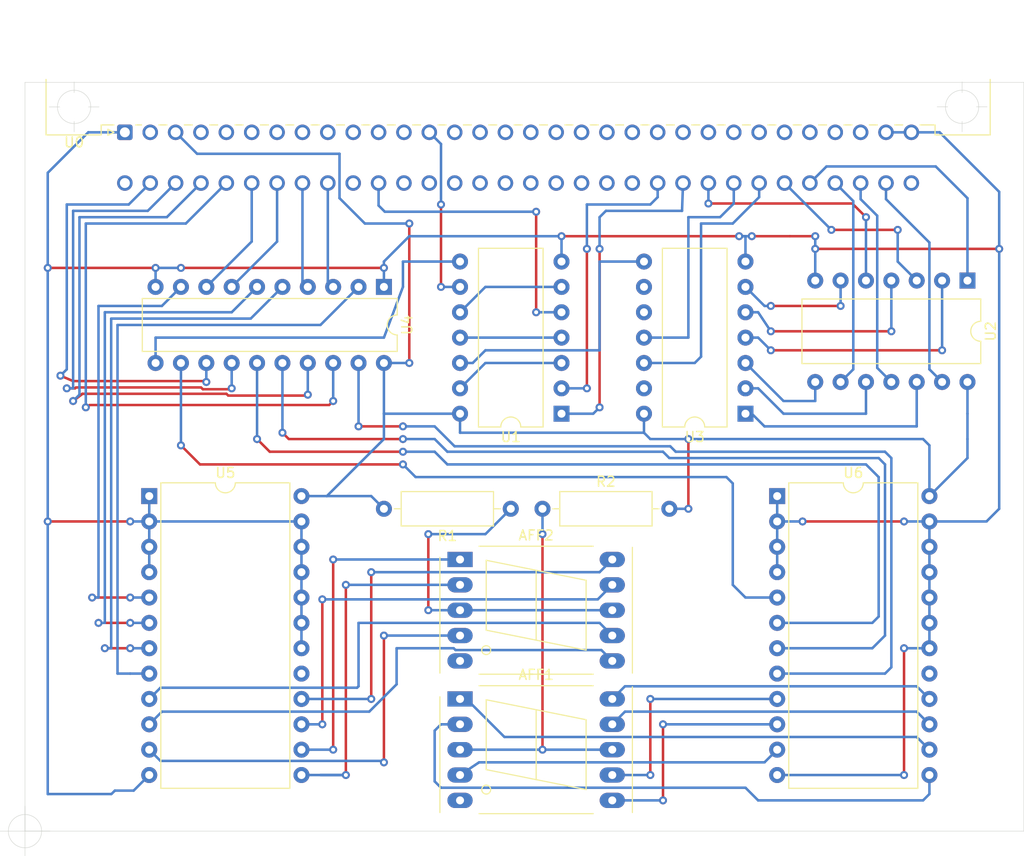
<source format=kicad_pcb>
(kicad_pcb (version 20171130) (host pcbnew "(5.1.12)-1")

  (general
    (thickness 1.6)
    (drawings 7)
    (tracks 482)
    (zones 0)
    (modules 11)
    (nets 102)
  )

  (page A4)
  (layers
    (0 F.Cu signal)
    (31 B.Cu signal)
    (32 B.Adhes user)
    (33 F.Adhes user)
    (34 B.Paste user)
    (35 F.Paste user)
    (36 B.SilkS user)
    (37 F.SilkS user)
    (38 B.Mask user)
    (39 F.Mask user)
    (40 Dwgs.User user)
    (41 Cmts.User user)
    (42 Eco1.User user)
    (43 Eco2.User user)
    (44 Edge.Cuts user)
    (45 Margin user)
    (46 B.CrtYd user)
    (47 F.CrtYd user)
    (48 B.Fab user)
    (49 F.Fab user)
  )

  (setup
    (last_trace_width 0.25)
    (trace_clearance 0.2)
    (zone_clearance 0.508)
    (zone_45_only no)
    (trace_min 0.2)
    (via_size 0.8)
    (via_drill 0.4)
    (via_min_size 0.4)
    (via_min_drill 0.3)
    (uvia_size 0.3)
    (uvia_drill 0.1)
    (uvias_allowed no)
    (uvia_min_size 0.2)
    (uvia_min_drill 0.1)
    (edge_width 0.05)
    (segment_width 0.2)
    (pcb_text_width 0.3)
    (pcb_text_size 1.5 1.5)
    (mod_edge_width 0.12)
    (mod_text_size 1 1)
    (mod_text_width 0.15)
    (pad_size 1.524 1.524)
    (pad_drill 0.762)
    (pad_to_mask_clearance 0)
    (aux_axis_origin 12 88)
    (visible_elements 7FFFFFFF)
    (pcbplotparams
      (layerselection 0x00000_fffffffe)
      (usegerberextensions false)
      (usegerberattributes true)
      (usegerberadvancedattributes true)
      (creategerberjobfile true)
      (excludeedgelayer true)
      (linewidth 0.100000)
      (plotframeref false)
      (viasonmask false)
      (mode 1)
      (useauxorigin false)
      (hpglpennumber 1)
      (hpglpenspeed 20)
      (hpglpendiameter 15.000000)
      (psnegative false)
      (psa4output false)
      (plotreference true)
      (plotvalue true)
      (plotinvisibletext false)
      (padsonsilk false)
      (subtractmaskfromsilk false)
      (outputformat 1)
      (mirror false)
      (drillshape 0)
      (scaleselection 1)
      (outputdirectory ""))
  )

  (net 0 "")
  (net 1 "Net-(AFF1-Pad1)")
  (net 2 "Net-(AFF1-Pad2)")
  (net 3 "Net-(AFF1-Pad3)")
  (net 4 "Net-(AFF1-Pad4)")
  (net 5 "Net-(AFF1-Pad5)")
  (net 6 "Net-(AFF1-Pad6)")
  (net 7 "Net-(AFF1-Pad7)")
  (net 8 "Net-(AFF1-Pad9)")
  (net 9 "Net-(AFF1-Pad10)")
  (net 10 "Net-(AFF2-Pad1)")
  (net 11 "Net-(AFF2-Pad2)")
  (net 12 "Net-(AFF2-Pad3)")
  (net 13 "Net-(AFF2-Pad4)")
  (net 14 "Net-(AFF2-Pad5)")
  (net 15 "Net-(AFF2-Pad6)")
  (net 16 "Net-(AFF2-Pad7)")
  (net 17 "Net-(AFF2-Pad9)")
  (net 18 "Net-(AFF2-Pad10)")
  (net 19 +5V)
  (net 20 "Net-(U0-Padc32)")
  (net 21 A0)
  (net 22 A1)
  (net 23 A2)
  (net 24 A3)
  (net 25 A4)
  (net 26 A5)
  (net 27 A6)
  (net 28 A7)
  (net 29 A8)
  (net 30 A9)
  (net 31 "Net-(U0-Padc21)")
  (net 32 "Net-(U0-Padc20)")
  (net 33 "Net-(U0-Padc19)")
  (net 34 "Net-(U0-Padc18)")
  (net 35 "Net-(U0-Padc17)")
  (net 36 "Net-(U0-Padc16)")
  (net 37 "Net-(U0-Padc15)")
  (net 38 "Net-(U0-Padc14)")
  (net 39 "Net-(U0-Padc13)")
  (net 40 "Net-(U0-Padc12)")
  (net 41 AEN)
  (net 42 "Net-(U0-Padc10)")
  (net 43 D0)
  (net 44 D1)
  (net 45 D2)
  (net 46 D3)
  (net 47 D4)
  (net 48 D5)
  (net 49 D6)
  (net 50 D7)
  (net 51 "Net-(U0-Padc1)")
  (net 52 GND)
  (net 53 "Net-(U0-Pada30)")
  (net 54 "Net-(U0-Pada29)")
  (net 55 "Net-(U0-Pada28)")
  (net 56 "Net-(U0-Pada27)")
  (net 57 "Net-(U0-Pada26)")
  (net 58 "Net-(U0-Pada25)")
  (net 59 "Net-(U0-Pada24)")
  (net 60 "Net-(U0-Pada23)")
  (net 61 "Net-(U0-Pada22)")
  (net 62 "Net-(U0-Pada21)")
  (net 63 "Net-(U0-Pada20)")
  (net 64 "Net-(U0-Pada19)")
  (net 65 "Net-(U0-Pada18)")
  (net 66 "Net-(U0-Pada17)")
  (net 67 "Net-(U0-Pada16)")
  (net 68 "Net-(U0-Pada15)")
  (net 69 "Net-(U0-Pada14)")
  (net 70 IOW)
  (net 71 "Net-(U0-Pada12)")
  (net 72 "Net-(U0-Pada11)")
  (net 73 "Net-(U0-Pada10)")
  (net 74 "Net-(U0-Pada9)")
  (net 75 "Net-(U0-Pada8)")
  (net 76 "Net-(U0-Pada7)")
  (net 77 "Net-(U0-Pada6)")
  (net 78 "Net-(U0-Pada5)")
  (net 79 "Net-(U0-Pada4)")
  (net 80 "Net-(U0-Pada2)")
  (net 81 "Net-(U1-Pad13)")
  (net 82 "Net-(U1-Pad10)")
  (net 83 "Net-(U1-Pad12)")
  (net 84 "Net-(U1-Pad11)")
  (net 85 "Net-(U1-Pad8)")
  (net 86 "Net-(U2-Pad6)")
  (net 87 "Net-(U2-Pad12)")
  (net 88 "Net-(U2-Pad4)")
  (net 89 "Net-(U2-Pad10)")
  (net 90 "Net-(U2-Pad2)")
  (net 91 "Net-(U2-Pad8)")
  (net 92 "Net-(U4-Pad19)")
  (net 93 "Net-(U4-Pad9)")
  (net 94 "Net-(U4-Pad16)")
  (net 95 "Net-(U4-Pad6)")
  (net 96 "Net-(U4-Pad15)")
  (net 97 "Net-(U4-Pad5)")
  (net 98 "Net-(U4-Pad12)")
  (net 99 "Net-(U4-Pad2)")
  (net 100 "Net-(U5-Pad17)")
  (net 101 "Net-(U6-Pad17)")

  (net_class Default "This is the default net class."
    (clearance 0.2)
    (trace_width 0.25)
    (via_dia 0.8)
    (via_drill 0.4)
    (uvia_dia 0.3)
    (uvia_drill 0.1)
    (add_net +5V)
    (add_net A0)
    (add_net A1)
    (add_net A2)
    (add_net A3)
    (add_net A4)
    (add_net A5)
    (add_net A6)
    (add_net A7)
    (add_net A8)
    (add_net A9)
    (add_net AEN)
    (add_net D0)
    (add_net D1)
    (add_net D2)
    (add_net D3)
    (add_net D4)
    (add_net D5)
    (add_net D6)
    (add_net D7)
    (add_net GND)
    (add_net IOW)
    (add_net "Net-(AFF1-Pad1)")
    (add_net "Net-(AFF1-Pad10)")
    (add_net "Net-(AFF1-Pad2)")
    (add_net "Net-(AFF1-Pad3)")
    (add_net "Net-(AFF1-Pad4)")
    (add_net "Net-(AFF1-Pad5)")
    (add_net "Net-(AFF1-Pad6)")
    (add_net "Net-(AFF1-Pad7)")
    (add_net "Net-(AFF1-Pad9)")
    (add_net "Net-(AFF2-Pad1)")
    (add_net "Net-(AFF2-Pad10)")
    (add_net "Net-(AFF2-Pad2)")
    (add_net "Net-(AFF2-Pad3)")
    (add_net "Net-(AFF2-Pad4)")
    (add_net "Net-(AFF2-Pad5)")
    (add_net "Net-(AFF2-Pad6)")
    (add_net "Net-(AFF2-Pad7)")
    (add_net "Net-(AFF2-Pad9)")
    (add_net "Net-(U0-Pada10)")
    (add_net "Net-(U0-Pada11)")
    (add_net "Net-(U0-Pada12)")
    (add_net "Net-(U0-Pada14)")
    (add_net "Net-(U0-Pada15)")
    (add_net "Net-(U0-Pada16)")
    (add_net "Net-(U0-Pada17)")
    (add_net "Net-(U0-Pada18)")
    (add_net "Net-(U0-Pada19)")
    (add_net "Net-(U0-Pada2)")
    (add_net "Net-(U0-Pada20)")
    (add_net "Net-(U0-Pada21)")
    (add_net "Net-(U0-Pada22)")
    (add_net "Net-(U0-Pada23)")
    (add_net "Net-(U0-Pada24)")
    (add_net "Net-(U0-Pada25)")
    (add_net "Net-(U0-Pada26)")
    (add_net "Net-(U0-Pada27)")
    (add_net "Net-(U0-Pada28)")
    (add_net "Net-(U0-Pada29)")
    (add_net "Net-(U0-Pada30)")
    (add_net "Net-(U0-Pada4)")
    (add_net "Net-(U0-Pada5)")
    (add_net "Net-(U0-Pada6)")
    (add_net "Net-(U0-Pada7)")
    (add_net "Net-(U0-Pada8)")
    (add_net "Net-(U0-Pada9)")
    (add_net "Net-(U0-Padc1)")
    (add_net "Net-(U0-Padc10)")
    (add_net "Net-(U0-Padc12)")
    (add_net "Net-(U0-Padc13)")
    (add_net "Net-(U0-Padc14)")
    (add_net "Net-(U0-Padc15)")
    (add_net "Net-(U0-Padc16)")
    (add_net "Net-(U0-Padc17)")
    (add_net "Net-(U0-Padc18)")
    (add_net "Net-(U0-Padc19)")
    (add_net "Net-(U0-Padc20)")
    (add_net "Net-(U0-Padc21)")
    (add_net "Net-(U0-Padc32)")
    (add_net "Net-(U1-Pad10)")
    (add_net "Net-(U1-Pad11)")
    (add_net "Net-(U1-Pad12)")
    (add_net "Net-(U1-Pad13)")
    (add_net "Net-(U1-Pad8)")
    (add_net "Net-(U2-Pad10)")
    (add_net "Net-(U2-Pad12)")
    (add_net "Net-(U2-Pad2)")
    (add_net "Net-(U2-Pad4)")
    (add_net "Net-(U2-Pad6)")
    (add_net "Net-(U2-Pad8)")
    (add_net "Net-(U4-Pad12)")
    (add_net "Net-(U4-Pad15)")
    (add_net "Net-(U4-Pad16)")
    (add_net "Net-(U4-Pad19)")
    (add_net "Net-(U4-Pad2)")
    (add_net "Net-(U4-Pad5)")
    (add_net "Net-(U4-Pad6)")
    (add_net "Net-(U4-Pad9)")
    (add_net "Net-(U5-Pad17)")
    (add_net "Net-(U6-Pad17)")
  )

  (module Package_DIP:DIP-14_W10.16mm (layer F.Cu) (tedit 5A02E8C5) (tstamp 6241EEF6)
    (at 65.715 46.185 180)
    (descr "14-lead though-hole mounted DIP package, row spacing 10.16 mm (400 mils)")
    (tags "THT DIP DIL PDIP 2.54mm 10.16mm 400mil")
    (path /62291BEC)
    (fp_text reference U1 (at 5.08 -2.33) (layer F.SilkS)
      (effects (font (size 1 1) (thickness 0.15)))
    )
    (fp_text value 7432 (at 5.08 17.57) (layer F.Fab)
      (effects (font (size 1 1) (thickness 0.15)))
    )
    (fp_line (start 2.905 -1.27) (end 8.255 -1.27) (layer F.Fab) (width 0.1))
    (fp_line (start 8.255 -1.27) (end 8.255 16.51) (layer F.Fab) (width 0.1))
    (fp_line (start 8.255 16.51) (end 1.905 16.51) (layer F.Fab) (width 0.1))
    (fp_line (start 1.905 16.51) (end 1.905 -0.27) (layer F.Fab) (width 0.1))
    (fp_line (start 1.905 -0.27) (end 2.905 -1.27) (layer F.Fab) (width 0.1))
    (fp_line (start 4.08 -1.33) (end 1.845 -1.33) (layer F.SilkS) (width 0.12))
    (fp_line (start 1.845 -1.33) (end 1.845 16.57) (layer F.SilkS) (width 0.12))
    (fp_line (start 1.845 16.57) (end 8.315 16.57) (layer F.SilkS) (width 0.12))
    (fp_line (start 8.315 16.57) (end 8.315 -1.33) (layer F.SilkS) (width 0.12))
    (fp_line (start 8.315 -1.33) (end 6.08 -1.33) (layer F.SilkS) (width 0.12))
    (fp_line (start -1.05 -1.55) (end -1.05 16.8) (layer F.CrtYd) (width 0.05))
    (fp_line (start -1.05 16.8) (end 11.25 16.8) (layer F.CrtYd) (width 0.05))
    (fp_line (start 11.25 16.8) (end 11.25 -1.55) (layer F.CrtYd) (width 0.05))
    (fp_line (start 11.25 -1.55) (end -1.05 -1.55) (layer F.CrtYd) (width 0.05))
    (fp_text user %R (at 5.08 7.62) (layer F.Fab)
      (effects (font (size 1 1) (thickness 0.15)))
    )
    (fp_arc (start 5.08 -1.33) (end 4.08 -1.33) (angle -180) (layer F.SilkS) (width 0.12))
    (pad 14 thru_hole oval (at 10.16 0 180) (size 1.6 1.6) (drill 0.8) (layers *.Cu *.Mask)
      (net 19 +5V))
    (pad 7 thru_hole oval (at 0 15.24 180) (size 1.6 1.6) (drill 0.8) (layers *.Cu *.Mask)
      (net 52 GND))
    (pad 13 thru_hole oval (at 10.16 2.54 180) (size 1.6 1.6) (drill 0.8) (layers *.Cu *.Mask)
      (net 81 "Net-(U1-Pad13)"))
    (pad 6 thru_hole oval (at 0 12.7 180) (size 1.6 1.6) (drill 0.8) (layers *.Cu *.Mask)
      (net 82 "Net-(U1-Pad10)"))
    (pad 12 thru_hole oval (at 10.16 5.08 180) (size 1.6 1.6) (drill 0.8) (layers *.Cu *.Mask)
      (net 83 "Net-(U1-Pad12)"))
    (pad 5 thru_hole oval (at 0 10.16 180) (size 1.6 1.6) (drill 0.8) (layers *.Cu *.Mask)
      (net 41 AEN))
    (pad 11 thru_hole oval (at 10.16 7.62 180) (size 1.6 1.6) (drill 0.8) (layers *.Cu *.Mask)
      (net 84 "Net-(U1-Pad11)"))
    (pad 4 thru_hole oval (at 0 7.62 180) (size 1.6 1.6) (drill 0.8) (layers *.Cu *.Mask)
      (net 84 "Net-(U1-Pad11)"))
    (pad 10 thru_hole oval (at 10.16 10.16 180) (size 1.6 1.6) (drill 0.8) (layers *.Cu *.Mask)
      (net 82 "Net-(U1-Pad10)"))
    (pad 3 thru_hole oval (at 0 5.08 180) (size 1.6 1.6) (drill 0.8) (layers *.Cu *.Mask)
      (net 81 "Net-(U1-Pad13)"))
    (pad 9 thru_hole oval (at 10.16 12.7 180) (size 1.6 1.6) (drill 0.8) (layers *.Cu *.Mask)
      (net 70 IOW))
    (pad 2 thru_hole oval (at 0 2.54 180) (size 1.6 1.6) (drill 0.8) (layers *.Cu *.Mask)
      (net 30 A9))
    (pad 8 thru_hole oval (at 10.16 15.24 180) (size 1.6 1.6) (drill 0.8) (layers *.Cu *.Mask)
      (net 85 "Net-(U1-Pad8)"))
    (pad 1 thru_hole rect (at 0 0 180) (size 1.6 1.6) (drill 0.8) (layers *.Cu *.Mask)
      (net 29 A8))
    (model ${KISYS3DMOD}/Package_DIP.3dshapes/DIP-14_W10.16mm.wrl
      (at (xyz 0 0 0))
      (scale (xyz 1 1 1))
      (rotate (xyz 0 0 0))
    )
  )

  (module Package_DIP:DIP-20_W7.62mm (layer F.Cu) (tedit 5A02E8C5) (tstamp 6241EF5F)
    (at 47.935 33.485 270)
    (descr "20-lead though-hole mounted DIP package, row spacing 7.62 mm (300 mils)")
    (tags "THT DIP DIL PDIP 2.54mm 7.62mm 300mil")
    (path /6229634E)
    (fp_text reference U4 (at 3.81 -2.33 90) (layer F.SilkS)
      (effects (font (size 1 1) (thickness 0.15)))
    )
    (fp_text value 74HC374 (at 3.81 25.19 90) (layer F.Fab)
      (effects (font (size 1 1) (thickness 0.15)))
    )
    (fp_line (start 1.635 -1.27) (end 6.985 -1.27) (layer F.Fab) (width 0.1))
    (fp_line (start 6.985 -1.27) (end 6.985 24.13) (layer F.Fab) (width 0.1))
    (fp_line (start 6.985 24.13) (end 0.635 24.13) (layer F.Fab) (width 0.1))
    (fp_line (start 0.635 24.13) (end 0.635 -0.27) (layer F.Fab) (width 0.1))
    (fp_line (start 0.635 -0.27) (end 1.635 -1.27) (layer F.Fab) (width 0.1))
    (fp_line (start 2.81 -1.33) (end 1.16 -1.33) (layer F.SilkS) (width 0.12))
    (fp_line (start 1.16 -1.33) (end 1.16 24.19) (layer F.SilkS) (width 0.12))
    (fp_line (start 1.16 24.19) (end 6.46 24.19) (layer F.SilkS) (width 0.12))
    (fp_line (start 6.46 24.19) (end 6.46 -1.33) (layer F.SilkS) (width 0.12))
    (fp_line (start 6.46 -1.33) (end 4.81 -1.33) (layer F.SilkS) (width 0.12))
    (fp_line (start -1.1 -1.55) (end -1.1 24.4) (layer F.CrtYd) (width 0.05))
    (fp_line (start -1.1 24.4) (end 8.7 24.4) (layer F.CrtYd) (width 0.05))
    (fp_line (start 8.7 24.4) (end 8.7 -1.55) (layer F.CrtYd) (width 0.05))
    (fp_line (start 8.7 -1.55) (end -1.1 -1.55) (layer F.CrtYd) (width 0.05))
    (fp_text user %R (at 3.81 11.43 90) (layer F.Fab)
      (effects (font (size 1 1) (thickness 0.15)))
    )
    (fp_arc (start 3.81 -1.33) (end 2.81 -1.33) (angle -180) (layer F.SilkS) (width 0.12))
    (pad 20 thru_hole oval (at 7.62 0 270) (size 1.6 1.6) (drill 0.8) (layers *.Cu *.Mask)
      (net 19 +5V))
    (pad 10 thru_hole oval (at 0 22.86 270) (size 1.6 1.6) (drill 0.8) (layers *.Cu *.Mask)
      (net 52 GND))
    (pad 19 thru_hole oval (at 7.62 2.54 270) (size 1.6 1.6) (drill 0.8) (layers *.Cu *.Mask)
      (net 92 "Net-(U4-Pad19)"))
    (pad 9 thru_hole oval (at 0 20.32 270) (size 1.6 1.6) (drill 0.8) (layers *.Cu *.Mask)
      (net 93 "Net-(U4-Pad9)"))
    (pad 18 thru_hole oval (at 7.62 5.08 270) (size 1.6 1.6) (drill 0.8) (layers *.Cu *.Mask)
      (net 47 D4))
    (pad 8 thru_hole oval (at 0 17.78 270) (size 1.6 1.6) (drill 0.8) (layers *.Cu *.Mask)
      (net 46 D3))
    (pad 17 thru_hole oval (at 7.62 7.62 270) (size 1.6 1.6) (drill 0.8) (layers *.Cu *.Mask)
      (net 48 D5))
    (pad 7 thru_hole oval (at 0 15.24 270) (size 1.6 1.6) (drill 0.8) (layers *.Cu *.Mask)
      (net 45 D2))
    (pad 16 thru_hole oval (at 7.62 10.16 270) (size 1.6 1.6) (drill 0.8) (layers *.Cu *.Mask)
      (net 94 "Net-(U4-Pad16)"))
    (pad 6 thru_hole oval (at 0 12.7 270) (size 1.6 1.6) (drill 0.8) (layers *.Cu *.Mask)
      (net 95 "Net-(U4-Pad6)"))
    (pad 15 thru_hole oval (at 7.62 12.7 270) (size 1.6 1.6) (drill 0.8) (layers *.Cu *.Mask)
      (net 96 "Net-(U4-Pad15)"))
    (pad 5 thru_hole oval (at 0 10.16 270) (size 1.6 1.6) (drill 0.8) (layers *.Cu *.Mask)
      (net 97 "Net-(U4-Pad5)"))
    (pad 14 thru_hole oval (at 7.62 15.24 270) (size 1.6 1.6) (drill 0.8) (layers *.Cu *.Mask)
      (net 49 D6))
    (pad 4 thru_hole oval (at 0 7.62 270) (size 1.6 1.6) (drill 0.8) (layers *.Cu *.Mask)
      (net 44 D1))
    (pad 13 thru_hole oval (at 7.62 17.78 270) (size 1.6 1.6) (drill 0.8) (layers *.Cu *.Mask)
      (net 50 D7))
    (pad 3 thru_hole oval (at 0 5.08 270) (size 1.6 1.6) (drill 0.8) (layers *.Cu *.Mask)
      (net 43 D0))
    (pad 12 thru_hole oval (at 7.62 20.32 270) (size 1.6 1.6) (drill 0.8) (layers *.Cu *.Mask)
      (net 98 "Net-(U4-Pad12)"))
    (pad 2 thru_hole oval (at 0 2.54 270) (size 1.6 1.6) (drill 0.8) (layers *.Cu *.Mask)
      (net 99 "Net-(U4-Pad2)"))
    (pad 11 thru_hole oval (at 7.62 22.86 270) (size 1.6 1.6) (drill 0.8) (layers *.Cu *.Mask)
      (net 85 "Net-(U1-Pad8)"))
    (pad 1 thru_hole rect (at 0 0 270) (size 1.6 1.6) (drill 0.8) (layers *.Cu *.Mask)
      (net 52 GND))
    (model ${KISYS3DMOD}/Package_DIP.3dshapes/DIP-20_W7.62mm.wrl
      (at (xyz 0 0 0))
      (scale (xyz 1 1 1))
      (rotate (xyz 0 0 0))
    )
  )

  (module Connector_DIN:DIN41612_C_2x32_Male_Horizontal_THT (layer F.Cu) (tedit 5EAFCB7F) (tstamp 6241EDBD)
    (at 22 18)
    (descr "DIN41612 connector, type C, Horizontal, 3 rows 32 pins wide, https://www.erni-x-press.com/de/downloads/kataloge/englische_kataloge/erni-din41612-iec60603-2-e.pdf")
    (tags "DIN 41612 IEC 60603 C")
    (path /62412A68)
    (fp_text reference U0 (at -5.08 1) (layer F.SilkS)
      (effects (font (size 1 1) (thickness 0.15)))
    )
    (fp_text value BUS_EC1834_8Bit (at 39.37 7.62) (layer F.Fab)
      (effects (font (size 1 1) (thickness 0.15)))
    )
    (fp_line (start -4.38 -12.74) (end -4.38 -6.74) (layer F.Fab) (width 0.1))
    (fp_line (start -4.38 -6.74) (end -7.63 -6.74) (layer F.Fab) (width 0.1))
    (fp_line (start -7.63 -6.74) (end -7.63 0) (layer F.Fab) (width 0.1))
    (fp_line (start -7.63 0) (end -2.63 0) (layer F.Fab) (width 0.1))
    (fp_line (start -2.63 0) (end -2.63 -1) (layer F.Fab) (width 0.1))
    (fp_line (start -2.63 -1) (end 81.37 -1) (layer F.Fab) (width 0.1))
    (fp_line (start 81.37 -1) (end 81.37 0) (layer F.Fab) (width 0.1))
    (fp_line (start 81.37 0) (end 86.37 0) (layer F.Fab) (width 0.1))
    (fp_line (start 86.37 0) (end 86.37 -6.74) (layer F.Fab) (width 0.1))
    (fp_line (start 86.37 -6.74) (end 83.12 -6.74) (layer F.Fab) (width 0.1))
    (fp_line (start 83.12 -6.74) (end 83.12 -12.74) (layer F.Fab) (width 0.1))
    (fp_line (start 83.12 -12.74) (end -4.38 -12.74) (layer F.Fab) (width 0.1))
    (fp_line (start -7.89 -5.3) (end -7.89 0.26) (layer F.SilkS) (width 0.12))
    (fp_line (start -7.89 0.26) (end -2.37 0.26) (layer F.SilkS) (width 0.12))
    (fp_line (start -2.37 0.26) (end -2.37 -0.74) (layer F.SilkS) (width 0.12))
    (fp_line (start 86.63 -5.3) (end 86.63 0.26) (layer F.SilkS) (width 0.12))
    (fp_line (start 86.63 0.26) (end 81.11 0.26) (layer F.SilkS) (width 0.12))
    (fp_line (start 81.11 0.26) (end 81.11 -0.74) (layer F.SilkS) (width 0.12))
    (fp_line (start -2.371 -0.74) (end -1.095 -0.74) (layer F.SilkS) (width 0.12))
    (fp_line (start 1.095 -0.74) (end 1.671 -0.74) (layer F.SilkS) (width 0.12))
    (fp_line (start 3.41 -0.74) (end 4.211 -0.74) (layer F.SilkS) (width 0.12))
    (fp_line (start 5.95 -0.74) (end 6.751 -0.74) (layer F.SilkS) (width 0.12))
    (fp_line (start 8.49 -0.74) (end 9.291 -0.74) (layer F.SilkS) (width 0.12))
    (fp_line (start 11.03 -0.74) (end 11.831 -0.74) (layer F.SilkS) (width 0.12))
    (fp_line (start 13.57 -0.74) (end 14.371 -0.74) (layer F.SilkS) (width 0.12))
    (fp_line (start 16.11 -0.74) (end 16.911 -0.74) (layer F.SilkS) (width 0.12))
    (fp_line (start 18.65 -0.74) (end 19.451 -0.74) (layer F.SilkS) (width 0.12))
    (fp_line (start 21.19 -0.74) (end 21.991 -0.74) (layer F.SilkS) (width 0.12))
    (fp_line (start 23.73 -0.74) (end 24.531 -0.74) (layer F.SilkS) (width 0.12))
    (fp_line (start 26.27 -0.74) (end 27.071 -0.74) (layer F.SilkS) (width 0.12))
    (fp_line (start 28.81 -0.74) (end 29.611 -0.74) (layer F.SilkS) (width 0.12))
    (fp_line (start 31.35 -0.74) (end 32.151 -0.74) (layer F.SilkS) (width 0.12))
    (fp_line (start 33.89 -0.74) (end 34.691 -0.74) (layer F.SilkS) (width 0.12))
    (fp_line (start 36.43 -0.74) (end 37.231 -0.74) (layer F.SilkS) (width 0.12))
    (fp_line (start 38.97 -0.74) (end 39.771 -0.74) (layer F.SilkS) (width 0.12))
    (fp_line (start 41.51 -0.74) (end 42.311 -0.74) (layer F.SilkS) (width 0.12))
    (fp_line (start 44.05 -0.74) (end 44.851 -0.74) (layer F.SilkS) (width 0.12))
    (fp_line (start 46.59 -0.74) (end 47.391 -0.74) (layer F.SilkS) (width 0.12))
    (fp_line (start 49.13 -0.74) (end 49.931 -0.74) (layer F.SilkS) (width 0.12))
    (fp_line (start 51.67 -0.74) (end 52.471 -0.74) (layer F.SilkS) (width 0.12))
    (fp_line (start 54.21 -0.74) (end 55.011 -0.74) (layer F.SilkS) (width 0.12))
    (fp_line (start 56.75 -0.74) (end 57.551 -0.74) (layer F.SilkS) (width 0.12))
    (fp_line (start 59.29 -0.74) (end 60.091 -0.74) (layer F.SilkS) (width 0.12))
    (fp_line (start 61.83 -0.74) (end 62.631 -0.74) (layer F.SilkS) (width 0.12))
    (fp_line (start 64.37 -0.74) (end 65.171 -0.74) (layer F.SilkS) (width 0.12))
    (fp_line (start 66.91 -0.74) (end 67.711 -0.74) (layer F.SilkS) (width 0.12))
    (fp_line (start 69.45 -0.74) (end 70.251 -0.74) (layer F.SilkS) (width 0.12))
    (fp_line (start 71.99 -0.74) (end 72.791 -0.74) (layer F.SilkS) (width 0.12))
    (fp_line (start 74.53 -0.74) (end 75.331 -0.74) (layer F.SilkS) (width 0.12))
    (fp_line (start 77.07 -0.74) (end 77.871 -0.74) (layer F.SilkS) (width 0.12))
    (fp_line (start 79.61 -0.74) (end 81.11 -0.74) (layer F.SilkS) (width 0.12))
    (fp_line (start -1.095 0) (end -1.695 -0.3) (layer F.SilkS) (width 0.12))
    (fp_line (start -1.695 -0.3) (end -1.695 0.3) (layer F.SilkS) (width 0.12))
    (fp_line (start -1.695 0.3) (end -1.095 0) (layer F.SilkS) (width 0.12))
    (fp_line (start 0 -1.2) (end -0.5 -1.9) (layer F.Fab) (width 0.1))
    (fp_line (start -0.5 -1.9) (end 0.5 -1.9) (layer F.Fab) (width 0.1))
    (fp_line (start 0.5 -1.9) (end 0 -1.2) (layer F.Fab) (width 0.1))
    (fp_line (start -8.13 -13.23) (end -8.13 0.5) (layer F.CrtYd) (width 0.05))
    (fp_line (start -8.13 0.5) (end -1.27 0.5) (layer F.CrtYd) (width 0.05))
    (fp_line (start -1.27 0.5) (end -1.27 6.36) (layer F.CrtYd) (width 0.05))
    (fp_line (start -1.27 6.36) (end 80.02 6.36) (layer F.CrtYd) (width 0.05))
    (fp_line (start 80.02 6.36) (end 80.02 0.5) (layer F.CrtYd) (width 0.05))
    (fp_line (start 80.02 0.5) (end 86.87 0.5) (layer F.CrtYd) (width 0.05))
    (fp_line (start 86.87 0.5) (end 86.87 -13.23) (layer F.CrtYd) (width 0.05))
    (fp_line (start 86.87 -13.23) (end -8.13 -13.23) (layer F.CrtYd) (width 0.05))
    (fp_line (start -7.63 -5.3) (end 86.37 -5.3) (layer Dwgs.User) (width 0.08))
    (fp_line (start 39.17 -5.9) (end 39.37 -5.4) (layer Cmts.User) (width 0.1))
    (fp_line (start 39.37 -5.4) (end 39.57 -5.9) (layer Cmts.User) (width 0.1))
    (fp_line (start 39.37 -5.4) (end 39.37 -6.7) (layer Cmts.User) (width 0.1))
    (fp_text user "Board edge" (at 39.37 -7.3) (layer Cmts.User)
      (effects (font (size 0.7 0.7) (thickness 0.1)))
    )
    (fp_text user %R (at 39.37 -2.54) (layer F.Fab)
      (effects (font (size 1 1) (thickness 0.15)))
    )
    (pad c32 thru_hole circle (at 78.74 5.08) (size 1.55 1.55) (drill 1) (layers *.Cu *.Mask)
      (net 20 "Net-(U0-Padc32)"))
    (pad c31 thru_hole circle (at 76.2 5.08) (size 1.55 1.55) (drill 1) (layers *.Cu *.Mask)
      (net 21 A0))
    (pad c30 thru_hole circle (at 73.66 5.08) (size 1.55 1.55) (drill 1) (layers *.Cu *.Mask)
      (net 22 A1))
    (pad c29 thru_hole circle (at 71.12 5.08) (size 1.55 1.55) (drill 1) (layers *.Cu *.Mask)
      (net 23 A2))
    (pad c28 thru_hole circle (at 68.58 5.08) (size 1.55 1.55) (drill 1) (layers *.Cu *.Mask)
      (net 24 A3))
    (pad c27 thru_hole circle (at 66.04 5.08) (size 1.55 1.55) (drill 1) (layers *.Cu *.Mask)
      (net 25 A4))
    (pad c26 thru_hole circle (at 63.5 5.08) (size 1.55 1.55) (drill 1) (layers *.Cu *.Mask)
      (net 26 A5))
    (pad c25 thru_hole circle (at 60.96 5.08) (size 1.55 1.55) (drill 1) (layers *.Cu *.Mask)
      (net 27 A6))
    (pad c24 thru_hole circle (at 58.42 5.08) (size 1.55 1.55) (drill 1) (layers *.Cu *.Mask)
      (net 28 A7))
    (pad c23 thru_hole circle (at 55.88 5.08) (size 1.55 1.55) (drill 1) (layers *.Cu *.Mask)
      (net 29 A8))
    (pad c22 thru_hole circle (at 53.34 5.08) (size 1.55 1.55) (drill 1) (layers *.Cu *.Mask)
      (net 30 A9))
    (pad c21 thru_hole circle (at 50.8 5.08) (size 1.55 1.55) (drill 1) (layers *.Cu *.Mask)
      (net 31 "Net-(U0-Padc21)"))
    (pad c20 thru_hole circle (at 48.26 5.08) (size 1.55 1.55) (drill 1) (layers *.Cu *.Mask)
      (net 32 "Net-(U0-Padc20)"))
    (pad c19 thru_hole circle (at 45.72 5.08) (size 1.55 1.55) (drill 1) (layers *.Cu *.Mask)
      (net 33 "Net-(U0-Padc19)"))
    (pad c18 thru_hole circle (at 43.18 5.08) (size 1.55 1.55) (drill 1) (layers *.Cu *.Mask)
      (net 34 "Net-(U0-Padc18)"))
    (pad c17 thru_hole circle (at 40.64 5.08) (size 1.55 1.55) (drill 1) (layers *.Cu *.Mask)
      (net 35 "Net-(U0-Padc17)"))
    (pad c16 thru_hole circle (at 38.1 5.08) (size 1.55 1.55) (drill 1) (layers *.Cu *.Mask)
      (net 36 "Net-(U0-Padc16)"))
    (pad c15 thru_hole circle (at 35.56 5.08) (size 1.55 1.55) (drill 1) (layers *.Cu *.Mask)
      (net 37 "Net-(U0-Padc15)"))
    (pad c14 thru_hole circle (at 33.02 5.08) (size 1.55 1.55) (drill 1) (layers *.Cu *.Mask)
      (net 38 "Net-(U0-Padc14)"))
    (pad c13 thru_hole circle (at 30.48 5.08) (size 1.55 1.55) (drill 1) (layers *.Cu *.Mask)
      (net 39 "Net-(U0-Padc13)"))
    (pad c12 thru_hole circle (at 27.94 5.08) (size 1.55 1.55) (drill 1) (layers *.Cu *.Mask)
      (net 40 "Net-(U0-Padc12)"))
    (pad c11 thru_hole circle (at 25.4 5.08) (size 1.55 1.55) (drill 1) (layers *.Cu *.Mask)
      (net 41 AEN))
    (pad c10 thru_hole circle (at 22.86 5.08) (size 1.55 1.55) (drill 1) (layers *.Cu *.Mask)
      (net 42 "Net-(U0-Padc10)"))
    (pad c9 thru_hole circle (at 20.32 5.08) (size 1.55 1.55) (drill 1) (layers *.Cu *.Mask)
      (net 43 D0))
    (pad c8 thru_hole circle (at 17.78 5.08) (size 1.55 1.55) (drill 1) (layers *.Cu *.Mask)
      (net 44 D1))
    (pad c7 thru_hole circle (at 15.24 5.08) (size 1.55 1.55) (drill 1) (layers *.Cu *.Mask)
      (net 45 D2))
    (pad c6 thru_hole circle (at 12.7 5.08) (size 1.55 1.55) (drill 1) (layers *.Cu *.Mask)
      (net 46 D3))
    (pad c5 thru_hole circle (at 10.16 5.08) (size 1.55 1.55) (drill 1) (layers *.Cu *.Mask)
      (net 47 D4))
    (pad c4 thru_hole circle (at 7.62 5.08) (size 1.55 1.55) (drill 1) (layers *.Cu *.Mask)
      (net 48 D5))
    (pad c3 thru_hole circle (at 5.08 5.08) (size 1.55 1.55) (drill 1) (layers *.Cu *.Mask)
      (net 49 D6))
    (pad c2 thru_hole circle (at 2.54 5.08) (size 1.55 1.55) (drill 1) (layers *.Cu *.Mask)
      (net 50 D7))
    (pad c1 thru_hole circle (at 0 5.08) (size 1.55 1.55) (drill 1) (layers *.Cu *.Mask)
      (net 51 "Net-(U0-Padc1)"))
    (pad a32 thru_hole circle (at 78.74 0) (size 1.55 1.55) (drill 1) (layers *.Cu *.Mask)
      (net 52 GND))
    (pad a31 thru_hole circle (at 76.2 0) (size 1.55 1.55) (drill 1) (layers *.Cu *.Mask)
      (net 52 GND))
    (pad a30 thru_hole circle (at 73.66 0) (size 1.55 1.55) (drill 1) (layers *.Cu *.Mask)
      (net 53 "Net-(U0-Pada30)"))
    (pad a29 thru_hole circle (at 71.12 0) (size 1.55 1.55) (drill 1) (layers *.Cu *.Mask)
      (net 54 "Net-(U0-Pada29)"))
    (pad a28 thru_hole circle (at 68.58 0) (size 1.55 1.55) (drill 1) (layers *.Cu *.Mask)
      (net 55 "Net-(U0-Pada28)"))
    (pad a27 thru_hole circle (at 66.04 0) (size 1.55 1.55) (drill 1) (layers *.Cu *.Mask)
      (net 56 "Net-(U0-Pada27)"))
    (pad a26 thru_hole circle (at 63.5 0) (size 1.55 1.55) (drill 1) (layers *.Cu *.Mask)
      (net 57 "Net-(U0-Pada26)"))
    (pad a25 thru_hole circle (at 60.96 0) (size 1.55 1.55) (drill 1) (layers *.Cu *.Mask)
      (net 58 "Net-(U0-Pada25)"))
    (pad a24 thru_hole circle (at 58.42 0) (size 1.55 1.55) (drill 1) (layers *.Cu *.Mask)
      (net 59 "Net-(U0-Pada24)"))
    (pad a23 thru_hole circle (at 55.88 0) (size 1.55 1.55) (drill 1) (layers *.Cu *.Mask)
      (net 60 "Net-(U0-Pada23)"))
    (pad a22 thru_hole circle (at 53.34 0) (size 1.55 1.55) (drill 1) (layers *.Cu *.Mask)
      (net 61 "Net-(U0-Pada22)"))
    (pad a21 thru_hole circle (at 50.8 0) (size 1.55 1.55) (drill 1) (layers *.Cu *.Mask)
      (net 62 "Net-(U0-Pada21)"))
    (pad a20 thru_hole circle (at 48.26 0) (size 1.55 1.55) (drill 1) (layers *.Cu *.Mask)
      (net 63 "Net-(U0-Pada20)"))
    (pad a19 thru_hole circle (at 45.72 0) (size 1.55 1.55) (drill 1) (layers *.Cu *.Mask)
      (net 64 "Net-(U0-Pada19)"))
    (pad a18 thru_hole circle (at 43.18 0) (size 1.55 1.55) (drill 1) (layers *.Cu *.Mask)
      (net 65 "Net-(U0-Pada18)"))
    (pad a17 thru_hole circle (at 40.64 0) (size 1.55 1.55) (drill 1) (layers *.Cu *.Mask)
      (net 66 "Net-(U0-Pada17)"))
    (pad a16 thru_hole circle (at 38.1 0) (size 1.55 1.55) (drill 1) (layers *.Cu *.Mask)
      (net 67 "Net-(U0-Pada16)"))
    (pad a15 thru_hole circle (at 35.56 0) (size 1.55 1.55) (drill 1) (layers *.Cu *.Mask)
      (net 68 "Net-(U0-Pada15)"))
    (pad a14 thru_hole circle (at 33.02 0) (size 1.55 1.55) (drill 1) (layers *.Cu *.Mask)
      (net 69 "Net-(U0-Pada14)"))
    (pad a13 thru_hole circle (at 30.48 0) (size 1.55 1.55) (drill 1) (layers *.Cu *.Mask)
      (net 70 IOW))
    (pad a12 thru_hole circle (at 27.94 0) (size 1.55 1.55) (drill 1) (layers *.Cu *.Mask)
      (net 71 "Net-(U0-Pada12)"))
    (pad a11 thru_hole circle (at 25.4 0) (size 1.55 1.55) (drill 1) (layers *.Cu *.Mask)
      (net 72 "Net-(U0-Pada11)"))
    (pad a10 thru_hole circle (at 22.86 0) (size 1.55 1.55) (drill 1) (layers *.Cu *.Mask)
      (net 73 "Net-(U0-Pada10)"))
    (pad a9 thru_hole circle (at 20.32 0) (size 1.55 1.55) (drill 1) (layers *.Cu *.Mask)
      (net 74 "Net-(U0-Pada9)"))
    (pad a8 thru_hole circle (at 17.78 0) (size 1.55 1.55) (drill 1) (layers *.Cu *.Mask)
      (net 75 "Net-(U0-Pada8)"))
    (pad a7 thru_hole circle (at 15.24 0) (size 1.55 1.55) (drill 1) (layers *.Cu *.Mask)
      (net 76 "Net-(U0-Pada7)"))
    (pad a6 thru_hole circle (at 12.7 0) (size 1.55 1.55) (drill 1) (layers *.Cu *.Mask)
      (net 77 "Net-(U0-Pada6)"))
    (pad a5 thru_hole circle (at 10.16 0) (size 1.55 1.55) (drill 1) (layers *.Cu *.Mask)
      (net 78 "Net-(U0-Pada5)"))
    (pad a4 thru_hole circle (at 7.62 0) (size 1.55 1.55) (drill 1) (layers *.Cu *.Mask)
      (net 79 "Net-(U0-Pada4)"))
    (pad a3 thru_hole circle (at 5.08 0) (size 1.55 1.55) (drill 1) (layers *.Cu *.Mask)
      (net 19 +5V))
    (pad a2 thru_hole circle (at 2.54 0) (size 1.55 1.55) (drill 1) (layers *.Cu *.Mask)
      (net 80 "Net-(U0-Pada2)"))
    (pad a1 thru_hole roundrect (at 0 0) (size 1.55 1.55) (drill 1) (layers *.Cu *.Mask) (roundrect_rratio 0.1612890322580645)
      (net 52 GND))
    (pad "" np_thru_hole circle (at 83.82 -2.54) (size 2.85 2.85) (drill 2.85) (layers *.Cu *.Mask))
    (pad "" np_thru_hole circle (at -5.08 -2.54) (size 2.85 2.85) (drill 2.85) (layers *.Cu *.Mask))
    (model ${KISYS3DMOD}/Connector_DIN.3dshapes/DIN41612_C_2x32_Male_Horizontal_THT.wrl
      (at (xyz 0 0 0))
      (scale (xyz 1 1 1))
      (rotate (xyz 0 0 0))
    )
  )

  (module Package_DIP:DIP-24_W15.24mm (layer F.Cu) (tedit 5A02E8C5) (tstamp 6241ECDB)
    (at 87.305 54.44)
    (descr "24-lead though-hole mounted DIP package, row spacing 15.24 mm (600 mils)")
    (tags "THT DIP DIL PDIP 2.54mm 15.24mm 600mil")
    (path /62307A1B)
    (fp_text reference U6 (at 7.62 -2.33) (layer F.SilkS)
      (effects (font (size 1 1) (thickness 0.15)))
    )
    (fp_text value 2732 (at 7.62 30.27) (layer F.Fab)
      (effects (font (size 1 1) (thickness 0.15)))
    )
    (fp_line (start 1.255 -1.27) (end 14.985 -1.27) (layer F.Fab) (width 0.1))
    (fp_line (start 14.985 -1.27) (end 14.985 29.21) (layer F.Fab) (width 0.1))
    (fp_line (start 14.985 29.21) (end 0.255 29.21) (layer F.Fab) (width 0.1))
    (fp_line (start 0.255 29.21) (end 0.255 -0.27) (layer F.Fab) (width 0.1))
    (fp_line (start 0.255 -0.27) (end 1.255 -1.27) (layer F.Fab) (width 0.1))
    (fp_line (start 6.62 -1.33) (end 1.16 -1.33) (layer F.SilkS) (width 0.12))
    (fp_line (start 1.16 -1.33) (end 1.16 29.27) (layer F.SilkS) (width 0.12))
    (fp_line (start 1.16 29.27) (end 14.08 29.27) (layer F.SilkS) (width 0.12))
    (fp_line (start 14.08 29.27) (end 14.08 -1.33) (layer F.SilkS) (width 0.12))
    (fp_line (start 14.08 -1.33) (end 8.62 -1.33) (layer F.SilkS) (width 0.12))
    (fp_line (start -1.05 -1.55) (end -1.05 29.5) (layer F.CrtYd) (width 0.05))
    (fp_line (start -1.05 29.5) (end 16.3 29.5) (layer F.CrtYd) (width 0.05))
    (fp_line (start 16.3 29.5) (end 16.3 -1.55) (layer F.CrtYd) (width 0.05))
    (fp_line (start 16.3 -1.55) (end -1.05 -1.55) (layer F.CrtYd) (width 0.05))
    (fp_text user %R (at 7.62 13.97) (layer F.Fab)
      (effects (font (size 1 1) (thickness 0.15)))
    )
    (fp_arc (start 7.62 -1.33) (end 6.62 -1.33) (angle -180) (layer F.SilkS) (width 0.12))
    (pad 24 thru_hole oval (at 15.24 0) (size 1.6 1.6) (drill 0.8) (layers *.Cu *.Mask)
      (net 19 +5V))
    (pad 12 thru_hole oval (at 0 27.94) (size 1.6 1.6) (drill 0.8) (layers *.Cu *.Mask)
      (net 52 GND))
    (pad 23 thru_hole oval (at 15.24 2.54) (size 1.6 1.6) (drill 0.8) (layers *.Cu *.Mask)
      (net 52 GND))
    (pad 11 thru_hole oval (at 0 25.4) (size 1.6 1.6) (drill 0.8) (layers *.Cu *.Mask)
      (net 4 "Net-(AFF1-Pad4)"))
    (pad 22 thru_hole oval (at 15.24 5.08) (size 1.6 1.6) (drill 0.8) (layers *.Cu *.Mask)
      (net 52 GND))
    (pad 10 thru_hole oval (at 0 22.86) (size 1.6 1.6) (drill 0.8) (layers *.Cu *.Mask)
      (net 6 "Net-(AFF1-Pad6)"))
    (pad 21 thru_hole oval (at 15.24 7.62) (size 1.6 1.6) (drill 0.8) (layers *.Cu *.Mask)
      (net 52 GND))
    (pad 9 thru_hole oval (at 0 20.32) (size 1.6 1.6) (drill 0.8) (layers *.Cu *.Mask)
      (net 7 "Net-(AFF1-Pad7)"))
    (pad 20 thru_hole oval (at 15.24 10.16) (size 1.6 1.6) (drill 0.8) (layers *.Cu *.Mask)
      (net 52 GND))
    (pad 8 thru_hole oval (at 0 17.78) (size 1.6 1.6) (drill 0.8) (layers *.Cu *.Mask)
      (net 92 "Net-(U4-Pad19)"))
    (pad 19 thru_hole oval (at 15.24 12.7) (size 1.6 1.6) (drill 0.8) (layers *.Cu *.Mask)
      (net 52 GND))
    (pad 7 thru_hole oval (at 0 15.24) (size 1.6 1.6) (drill 0.8) (layers *.Cu *.Mask)
      (net 94 "Net-(U4-Pad16)"))
    (pad 18 thru_hole oval (at 15.24 15.24) (size 1.6 1.6) (drill 0.8) (layers *.Cu *.Mask)
      (net 52 GND))
    (pad 6 thru_hole oval (at 0 12.7) (size 1.6 1.6) (drill 0.8) (layers *.Cu *.Mask)
      (net 96 "Net-(U4-Pad15)"))
    (pad 17 thru_hole oval (at 15.24 17.78) (size 1.6 1.6) (drill 0.8) (layers *.Cu *.Mask)
      (net 101 "Net-(U6-Pad17)"))
    (pad 5 thru_hole oval (at 0 10.16) (size 1.6 1.6) (drill 0.8) (layers *.Cu *.Mask)
      (net 98 "Net-(U4-Pad12)"))
    (pad 16 thru_hole oval (at 15.24 20.32) (size 1.6 1.6) (drill 0.8) (layers *.Cu *.Mask)
      (net 9 "Net-(AFF1-Pad10)"))
    (pad 4 thru_hole oval (at 0 7.62) (size 1.6 1.6) (drill 0.8) (layers *.Cu *.Mask)
      (net 52 GND))
    (pad 15 thru_hole oval (at 15.24 22.86) (size 1.6 1.6) (drill 0.8) (layers *.Cu *.Mask)
      (net 8 "Net-(AFF1-Pad9)"))
    (pad 3 thru_hole oval (at 0 5.08) (size 1.6 1.6) (drill 0.8) (layers *.Cu *.Mask)
      (net 52 GND))
    (pad 14 thru_hole oval (at 15.24 25.4) (size 1.6 1.6) (drill 0.8) (layers *.Cu *.Mask)
      (net 1 "Net-(AFF1-Pad1)"))
    (pad 2 thru_hole oval (at 0 2.54) (size 1.6 1.6) (drill 0.8) (layers *.Cu *.Mask)
      (net 52 GND))
    (pad 13 thru_hole oval (at 15.24 27.94) (size 1.6 1.6) (drill 0.8) (layers *.Cu *.Mask)
      (net 2 "Net-(AFF1-Pad2)"))
    (pad 1 thru_hole rect (at 0 0) (size 1.6 1.6) (drill 0.8) (layers *.Cu *.Mask)
      (net 52 GND))
    (model ${KISYS3DMOD}/Package_DIP.3dshapes/DIP-24_W15.24mm.wrl
      (at (xyz 0 0 0))
      (scale (xyz 1 1 1))
      (rotate (xyz 0 0 0))
    )
  )

  (module Package_DIP:DIP-24_W15.24mm (layer F.Cu) (tedit 5A02E8C5) (tstamp 6241EB4C)
    (at 24.44 54.44)
    (descr "24-lead though-hole mounted DIP package, row spacing 15.24 mm (600 mils)")
    (tags "THT DIP DIL PDIP 2.54mm 15.24mm 600mil")
    (path /6230858C)
    (fp_text reference U5 (at 7.62 -2.33) (layer F.SilkS)
      (effects (font (size 1 1) (thickness 0.15)))
    )
    (fp_text value 2732 (at 7.62 30.27) (layer F.Fab)
      (effects (font (size 1 1) (thickness 0.15)))
    )
    (fp_line (start 1.255 -1.27) (end 14.985 -1.27) (layer F.Fab) (width 0.1))
    (fp_line (start 14.985 -1.27) (end 14.985 29.21) (layer F.Fab) (width 0.1))
    (fp_line (start 14.985 29.21) (end 0.255 29.21) (layer F.Fab) (width 0.1))
    (fp_line (start 0.255 29.21) (end 0.255 -0.27) (layer F.Fab) (width 0.1))
    (fp_line (start 0.255 -0.27) (end 1.255 -1.27) (layer F.Fab) (width 0.1))
    (fp_line (start 6.62 -1.33) (end 1.16 -1.33) (layer F.SilkS) (width 0.12))
    (fp_line (start 1.16 -1.33) (end 1.16 29.27) (layer F.SilkS) (width 0.12))
    (fp_line (start 1.16 29.27) (end 14.08 29.27) (layer F.SilkS) (width 0.12))
    (fp_line (start 14.08 29.27) (end 14.08 -1.33) (layer F.SilkS) (width 0.12))
    (fp_line (start 14.08 -1.33) (end 8.62 -1.33) (layer F.SilkS) (width 0.12))
    (fp_line (start -1.05 -1.55) (end -1.05 29.5) (layer F.CrtYd) (width 0.05))
    (fp_line (start -1.05 29.5) (end 16.3 29.5) (layer F.CrtYd) (width 0.05))
    (fp_line (start 16.3 29.5) (end 16.3 -1.55) (layer F.CrtYd) (width 0.05))
    (fp_line (start 16.3 -1.55) (end -1.05 -1.55) (layer F.CrtYd) (width 0.05))
    (fp_text user %R (at 7.62 13.97) (layer F.Fab)
      (effects (font (size 1 1) (thickness 0.15)))
    )
    (fp_arc (start 7.62 -1.33) (end 6.62 -1.33) (angle -180) (layer F.SilkS) (width 0.12))
    (pad 24 thru_hole oval (at 15.24 0) (size 1.6 1.6) (drill 0.8) (layers *.Cu *.Mask)
      (net 19 +5V))
    (pad 12 thru_hole oval (at 0 27.94) (size 1.6 1.6) (drill 0.8) (layers *.Cu *.Mask)
      (net 52 GND))
    (pad 23 thru_hole oval (at 15.24 2.54) (size 1.6 1.6) (drill 0.8) (layers *.Cu *.Mask)
      (net 52 GND))
    (pad 11 thru_hole oval (at 0 25.4) (size 1.6 1.6) (drill 0.8) (layers *.Cu *.Mask)
      (net 13 "Net-(AFF2-Pad4)"))
    (pad 22 thru_hole oval (at 15.24 5.08) (size 1.6 1.6) (drill 0.8) (layers *.Cu *.Mask)
      (net 52 GND))
    (pad 10 thru_hole oval (at 0 22.86) (size 1.6 1.6) (drill 0.8) (layers *.Cu *.Mask)
      (net 15 "Net-(AFF2-Pad6)"))
    (pad 21 thru_hole oval (at 15.24 7.62) (size 1.6 1.6) (drill 0.8) (layers *.Cu *.Mask)
      (net 52 GND))
    (pad 9 thru_hole oval (at 0 20.32) (size 1.6 1.6) (drill 0.8) (layers *.Cu *.Mask)
      (net 16 "Net-(AFF2-Pad7)"))
    (pad 20 thru_hole oval (at 15.24 10.16) (size 1.6 1.6) (drill 0.8) (layers *.Cu *.Mask)
      (net 52 GND))
    (pad 8 thru_hole oval (at 0 17.78) (size 1.6 1.6) (drill 0.8) (layers *.Cu *.Mask)
      (net 99 "Net-(U4-Pad2)"))
    (pad 19 thru_hole oval (at 15.24 12.7) (size 1.6 1.6) (drill 0.8) (layers *.Cu *.Mask)
      (net 52 GND))
    (pad 7 thru_hole oval (at 0 15.24) (size 1.6 1.6) (drill 0.8) (layers *.Cu *.Mask)
      (net 97 "Net-(U4-Pad5)"))
    (pad 18 thru_hole oval (at 15.24 15.24) (size 1.6 1.6) (drill 0.8) (layers *.Cu *.Mask)
      (net 52 GND))
    (pad 6 thru_hole oval (at 0 12.7) (size 1.6 1.6) (drill 0.8) (layers *.Cu *.Mask)
      (net 95 "Net-(U4-Pad6)"))
    (pad 17 thru_hole oval (at 15.24 17.78) (size 1.6 1.6) (drill 0.8) (layers *.Cu *.Mask)
      (net 100 "Net-(U5-Pad17)"))
    (pad 5 thru_hole oval (at 0 10.16) (size 1.6 1.6) (drill 0.8) (layers *.Cu *.Mask)
      (net 93 "Net-(U4-Pad9)"))
    (pad 16 thru_hole oval (at 15.24 20.32) (size 1.6 1.6) (drill 0.8) (layers *.Cu *.Mask)
      (net 18 "Net-(AFF2-Pad10)"))
    (pad 4 thru_hole oval (at 0 7.62) (size 1.6 1.6) (drill 0.8) (layers *.Cu *.Mask)
      (net 52 GND))
    (pad 15 thru_hole oval (at 15.24 22.86) (size 1.6 1.6) (drill 0.8) (layers *.Cu *.Mask)
      (net 17 "Net-(AFF2-Pad9)"))
    (pad 3 thru_hole oval (at 0 5.08) (size 1.6 1.6) (drill 0.8) (layers *.Cu *.Mask)
      (net 52 GND))
    (pad 14 thru_hole oval (at 15.24 25.4) (size 1.6 1.6) (drill 0.8) (layers *.Cu *.Mask)
      (net 10 "Net-(AFF2-Pad1)"))
    (pad 2 thru_hole oval (at 0 2.54) (size 1.6 1.6) (drill 0.8) (layers *.Cu *.Mask)
      (net 52 GND))
    (pad 13 thru_hole oval (at 15.24 27.94) (size 1.6 1.6) (drill 0.8) (layers *.Cu *.Mask)
      (net 11 "Net-(AFF2-Pad2)"))
    (pad 1 thru_hole rect (at 0 0) (size 1.6 1.6) (drill 0.8) (layers *.Cu *.Mask)
      (net 52 GND))
    (model ${KISYS3DMOD}/Package_DIP.3dshapes/DIP-24_W15.24mm.wrl
      (at (xyz 0 0 0))
      (scale (xyz 1 1 1))
      (rotate (xyz 0 0 0))
    )
  )

  (module Package_DIP:DIP-14_W10.16mm (layer F.Cu) (tedit 5A02E8C5) (tstamp 6241EC6E)
    (at 84.13 46.185 180)
    (descr "14-lead though-hole mounted DIP package, row spacing 10.16 mm (400 mils)")
    (tags "THT DIP DIL PDIP 2.54mm 10.16mm 400mil")
    (path /62295018)
    (fp_text reference U3 (at 5.08 -2.33) (layer F.SilkS)
      (effects (font (size 1 1) (thickness 0.15)))
    )
    (fp_text value 7430 (at 5.08 17.57) (layer F.Fab)
      (effects (font (size 1 1) (thickness 0.15)))
    )
    (fp_line (start 2.905 -1.27) (end 8.255 -1.27) (layer F.Fab) (width 0.1))
    (fp_line (start 8.255 -1.27) (end 8.255 16.51) (layer F.Fab) (width 0.1))
    (fp_line (start 8.255 16.51) (end 1.905 16.51) (layer F.Fab) (width 0.1))
    (fp_line (start 1.905 16.51) (end 1.905 -0.27) (layer F.Fab) (width 0.1))
    (fp_line (start 1.905 -0.27) (end 2.905 -1.27) (layer F.Fab) (width 0.1))
    (fp_line (start 4.08 -1.33) (end 1.845 -1.33) (layer F.SilkS) (width 0.12))
    (fp_line (start 1.845 -1.33) (end 1.845 16.57) (layer F.SilkS) (width 0.12))
    (fp_line (start 1.845 16.57) (end 8.315 16.57) (layer F.SilkS) (width 0.12))
    (fp_line (start 8.315 16.57) (end 8.315 -1.33) (layer F.SilkS) (width 0.12))
    (fp_line (start 8.315 -1.33) (end 6.08 -1.33) (layer F.SilkS) (width 0.12))
    (fp_line (start -1.05 -1.55) (end -1.05 16.8) (layer F.CrtYd) (width 0.05))
    (fp_line (start -1.05 16.8) (end 11.25 16.8) (layer F.CrtYd) (width 0.05))
    (fp_line (start 11.25 16.8) (end 11.25 -1.55) (layer F.CrtYd) (width 0.05))
    (fp_line (start 11.25 -1.55) (end -1.05 -1.55) (layer F.CrtYd) (width 0.05))
    (fp_text user %R (at 5.08 7.62) (layer F.Fab)
      (effects (font (size 1 1) (thickness 0.15)))
    )
    (fp_arc (start 5.08 -1.33) (end 4.08 -1.33) (angle -180) (layer F.SilkS) (width 0.12))
    (pad 14 thru_hole oval (at 10.16 0 180) (size 1.6 1.6) (drill 0.8) (layers *.Cu *.Mask)
      (net 19 +5V))
    (pad 7 thru_hole oval (at 0 15.24 180) (size 1.6 1.6) (drill 0.8) (layers *.Cu *.Mask)
      (net 52 GND))
    (pad 13 thru_hole oval (at 10.16 2.54 180) (size 1.6 1.6) (drill 0.8) (layers *.Cu *.Mask))
    (pad 6 thru_hole oval (at 0 12.7 180) (size 1.6 1.6) (drill 0.8) (layers *.Cu *.Mask)
      (net 86 "Net-(U2-Pad6)"))
    (pad 12 thru_hole oval (at 10.16 5.08 180) (size 1.6 1.6) (drill 0.8) (layers *.Cu *.Mask)
      (net 26 A5))
    (pad 5 thru_hole oval (at 0 10.16 180) (size 1.6 1.6) (drill 0.8) (layers *.Cu *.Mask)
      (net 88 "Net-(U2-Pad4)"))
    (pad 11 thru_hole oval (at 10.16 7.62 180) (size 1.6 1.6) (drill 0.8) (layers *.Cu *.Mask)
      (net 27 A6))
    (pad 4 thru_hole oval (at 0 7.62 180) (size 1.6 1.6) (drill 0.8) (layers *.Cu *.Mask)
      (net 90 "Net-(U2-Pad2)"))
    (pad 10 thru_hole oval (at 10.16 10.16 180) (size 1.6 1.6) (drill 0.8) (layers *.Cu *.Mask))
    (pad 3 thru_hole oval (at 0 5.08 180) (size 1.6 1.6) (drill 0.8) (layers *.Cu *.Mask)
      (net 91 "Net-(U2-Pad8)"))
    (pad 9 thru_hole oval (at 10.16 12.7 180) (size 1.6 1.6) (drill 0.8) (layers *.Cu *.Mask))
    (pad 2 thru_hole oval (at 0 2.54 180) (size 1.6 1.6) (drill 0.8) (layers *.Cu *.Mask)
      (net 89 "Net-(U2-Pad10)"))
    (pad 8 thru_hole oval (at 10.16 15.24 180) (size 1.6 1.6) (drill 0.8) (layers *.Cu *.Mask)
      (net 83 "Net-(U1-Pad12)"))
    (pad 1 thru_hole rect (at 0 0 180) (size 1.6 1.6) (drill 0.8) (layers *.Cu *.Mask)
      (net 87 "Net-(U2-Pad12)"))
    (model ${KISYS3DMOD}/Package_DIP.3dshapes/DIP-14_W10.16mm.wrl
      (at (xyz 0 0 0))
      (scale (xyz 1 1 1))
      (rotate (xyz 0 0 0))
    )
  )

  (module Package_DIP:DIP-14_W10.16mm (layer F.Cu) (tedit 5A02E8C5) (tstamp 6241EFCE)
    (at 106.355 32.85 270)
    (descr "14-lead though-hole mounted DIP package, row spacing 10.16 mm (400 mils)")
    (tags "THT DIP DIL PDIP 2.54mm 10.16mm 400mil")
    (path /622C1037)
    (fp_text reference U2 (at 5.08 -2.33 90) (layer F.SilkS)
      (effects (font (size 1 1) (thickness 0.15)))
    )
    (fp_text value 74HC04 (at 5.08 17.57 90) (layer F.Fab)
      (effects (font (size 1 1) (thickness 0.15)))
    )
    (fp_line (start 2.905 -1.27) (end 8.255 -1.27) (layer F.Fab) (width 0.1))
    (fp_line (start 8.255 -1.27) (end 8.255 16.51) (layer F.Fab) (width 0.1))
    (fp_line (start 8.255 16.51) (end 1.905 16.51) (layer F.Fab) (width 0.1))
    (fp_line (start 1.905 16.51) (end 1.905 -0.27) (layer F.Fab) (width 0.1))
    (fp_line (start 1.905 -0.27) (end 2.905 -1.27) (layer F.Fab) (width 0.1))
    (fp_line (start 4.08 -1.33) (end 1.845 -1.33) (layer F.SilkS) (width 0.12))
    (fp_line (start 1.845 -1.33) (end 1.845 16.57) (layer F.SilkS) (width 0.12))
    (fp_line (start 1.845 16.57) (end 8.315 16.57) (layer F.SilkS) (width 0.12))
    (fp_line (start 8.315 16.57) (end 8.315 -1.33) (layer F.SilkS) (width 0.12))
    (fp_line (start 8.315 -1.33) (end 6.08 -1.33) (layer F.SilkS) (width 0.12))
    (fp_line (start -1.05 -1.55) (end -1.05 16.8) (layer F.CrtYd) (width 0.05))
    (fp_line (start -1.05 16.8) (end 11.25 16.8) (layer F.CrtYd) (width 0.05))
    (fp_line (start 11.25 16.8) (end 11.25 -1.55) (layer F.CrtYd) (width 0.05))
    (fp_line (start 11.25 -1.55) (end -1.05 -1.55) (layer F.CrtYd) (width 0.05))
    (fp_text user %R (at 5.715 6.985 90) (layer F.Fab)
      (effects (font (size 1 1) (thickness 0.15)))
    )
    (fp_arc (start 5.08 -1.33) (end 4.08 -1.33) (angle -180) (layer F.SilkS) (width 0.12))
    (pad 14 thru_hole oval (at 10.16 0 270) (size 1.6 1.6) (drill 0.8) (layers *.Cu *.Mask)
      (net 19 +5V))
    (pad 7 thru_hole oval (at 0 15.24 270) (size 1.6 1.6) (drill 0.8) (layers *.Cu *.Mask)
      (net 52 GND))
    (pad 13 thru_hole oval (at 10.16 2.54 270) (size 1.6 1.6) (drill 0.8) (layers *.Cu *.Mask)
      (net 21 A0))
    (pad 6 thru_hole oval (at 0 12.7 270) (size 1.6 1.6) (drill 0.8) (layers *.Cu *.Mask)
      (net 86 "Net-(U2-Pad6)"))
    (pad 12 thru_hole oval (at 10.16 5.08 270) (size 1.6 1.6) (drill 0.8) (layers *.Cu *.Mask)
      (net 87 "Net-(U2-Pad12)"))
    (pad 5 thru_hole oval (at 0 10.16 270) (size 1.6 1.6) (drill 0.8) (layers *.Cu *.Mask)
      (net 28 A7))
    (pad 11 thru_hole oval (at 10.16 7.62 270) (size 1.6 1.6) (drill 0.8) (layers *.Cu *.Mask)
      (net 22 A1))
    (pad 4 thru_hole oval (at 0 7.62 270) (size 1.6 1.6) (drill 0.8) (layers *.Cu *.Mask)
      (net 88 "Net-(U2-Pad4)"))
    (pad 10 thru_hole oval (at 10.16 10.16 270) (size 1.6 1.6) (drill 0.8) (layers *.Cu *.Mask)
      (net 89 "Net-(U2-Pad10)"))
    (pad 3 thru_hole oval (at 0 5.08 270) (size 1.6 1.6) (drill 0.8) (layers *.Cu *.Mask)
      (net 25 A4))
    (pad 9 thru_hole oval (at 10.16 12.7 270) (size 1.6 1.6) (drill 0.8) (layers *.Cu *.Mask)
      (net 23 A2))
    (pad 2 thru_hole oval (at 0 2.54 270) (size 1.6 1.6) (drill 0.8) (layers *.Cu *.Mask)
      (net 90 "Net-(U2-Pad2)"))
    (pad 8 thru_hole oval (at 10.16 15.24 270) (size 1.6 1.6) (drill 0.8) (layers *.Cu *.Mask)
      (net 91 "Net-(U2-Pad8)"))
    (pad 1 thru_hole rect (at 0 0 270) (size 1.6 1.6) (drill 0.8) (layers *.Cu *.Mask)
      (net 24 A3))
    (model ${KISYS3DMOD}/Package_DIP.3dshapes/DIP-14_W10.16mm.wrl
      (at (xyz 0 0 0))
      (scale (xyz 1 1 1))
      (rotate (xyz 0 0 0))
    )
  )

  (module Resistor_THT:R_Axial_DIN0309_L9.0mm_D3.2mm_P12.70mm_Horizontal (layer F.Cu) (tedit 5AE5139B) (tstamp 6241EC21)
    (at 63.81 55.71)
    (descr "Resistor, Axial_DIN0309 series, Axial, Horizontal, pin pitch=12.7mm, 0.5W = 1/2W, length*diameter=9*3.2mm^2, http://cdn-reichelt.de/documents/datenblatt/B400/1_4W%23YAG.pdf")
    (tags "Resistor Axial_DIN0309 series Axial Horizontal pin pitch 12.7mm 0.5W = 1/2W length 9mm diameter 3.2mm")
    (path /6248560D)
    (fp_text reference R2 (at 6.35 -2.72) (layer F.SilkS)
      (effects (font (size 1 1) (thickness 0.15)))
    )
    (fp_text value 470 (at 6.35 2.72) (layer F.Fab)
      (effects (font (size 1 1) (thickness 0.15)))
    )
    (fp_line (start 1.85 -1.6) (end 1.85 1.6) (layer F.Fab) (width 0.1))
    (fp_line (start 1.85 1.6) (end 10.85 1.6) (layer F.Fab) (width 0.1))
    (fp_line (start 10.85 1.6) (end 10.85 -1.6) (layer F.Fab) (width 0.1))
    (fp_line (start 10.85 -1.6) (end 1.85 -1.6) (layer F.Fab) (width 0.1))
    (fp_line (start 0 0) (end 1.85 0) (layer F.Fab) (width 0.1))
    (fp_line (start 12.7 0) (end 10.85 0) (layer F.Fab) (width 0.1))
    (fp_line (start 1.73 -1.72) (end 1.73 1.72) (layer F.SilkS) (width 0.12))
    (fp_line (start 1.73 1.72) (end 10.97 1.72) (layer F.SilkS) (width 0.12))
    (fp_line (start 10.97 1.72) (end 10.97 -1.72) (layer F.SilkS) (width 0.12))
    (fp_line (start 10.97 -1.72) (end 1.73 -1.72) (layer F.SilkS) (width 0.12))
    (fp_line (start 1.04 0) (end 1.73 0) (layer F.SilkS) (width 0.12))
    (fp_line (start 11.66 0) (end 10.97 0) (layer F.SilkS) (width 0.12))
    (fp_line (start -1.05 -1.85) (end -1.05 1.85) (layer F.CrtYd) (width 0.05))
    (fp_line (start -1.05 1.85) (end 13.75 1.85) (layer F.CrtYd) (width 0.05))
    (fp_line (start 13.75 1.85) (end 13.75 -1.85) (layer F.CrtYd) (width 0.05))
    (fp_line (start 13.75 -1.85) (end -1.05 -1.85) (layer F.CrtYd) (width 0.05))
    (fp_text user %R (at 6.35 0) (layer F.Fab)
      (effects (font (size 1 1) (thickness 0.15)))
    )
    (pad 2 thru_hole oval (at 12.7 0) (size 1.6 1.6) (drill 0.8) (layers *.Cu *.Mask)
      (net 19 +5V))
    (pad 1 thru_hole circle (at 0 0) (size 1.6 1.6) (drill 0.8) (layers *.Cu *.Mask)
      (net 3 "Net-(AFF1-Pad3)"))
    (model ${KISYS3DMOD}/Resistor_THT.3dshapes/R_Axial_DIN0309_L9.0mm_D3.2mm_P12.70mm_Horizontal.wrl
      (at (xyz 0 0 0))
      (scale (xyz 1 1 1))
      (rotate (xyz 0 0 0))
    )
  )

  (module Resistor_THT:R_Axial_DIN0309_L9.0mm_D3.2mm_P12.70mm_Horizontal (layer F.Cu) (tedit 5AE5139B) (tstamp 6241EAF5)
    (at 60.635 55.71 180)
    (descr "Resistor, Axial_DIN0309 series, Axial, Horizontal, pin pitch=12.7mm, 0.5W = 1/2W, length*diameter=9*3.2mm^2, http://cdn-reichelt.de/documents/datenblatt/B400/1_4W%23YAG.pdf")
    (tags "Resistor Axial_DIN0309 series Axial Horizontal pin pitch 12.7mm 0.5W = 1/2W length 9mm diameter 3.2mm")
    (path /624844DF)
    (fp_text reference R1 (at 6.35 -2.72) (layer F.SilkS)
      (effects (font (size 1 1) (thickness 0.15)))
    )
    (fp_text value 470 (at 6.35 2.72) (layer F.Fab)
      (effects (font (size 1 1) (thickness 0.15)))
    )
    (fp_line (start 1.85 -1.6) (end 1.85 1.6) (layer F.Fab) (width 0.1))
    (fp_line (start 1.85 1.6) (end 10.85 1.6) (layer F.Fab) (width 0.1))
    (fp_line (start 10.85 1.6) (end 10.85 -1.6) (layer F.Fab) (width 0.1))
    (fp_line (start 10.85 -1.6) (end 1.85 -1.6) (layer F.Fab) (width 0.1))
    (fp_line (start 0 0) (end 1.85 0) (layer F.Fab) (width 0.1))
    (fp_line (start 12.7 0) (end 10.85 0) (layer F.Fab) (width 0.1))
    (fp_line (start 1.73 -1.72) (end 1.73 1.72) (layer F.SilkS) (width 0.12))
    (fp_line (start 1.73 1.72) (end 10.97 1.72) (layer F.SilkS) (width 0.12))
    (fp_line (start 10.97 1.72) (end 10.97 -1.72) (layer F.SilkS) (width 0.12))
    (fp_line (start 10.97 -1.72) (end 1.73 -1.72) (layer F.SilkS) (width 0.12))
    (fp_line (start 1.04 0) (end 1.73 0) (layer F.SilkS) (width 0.12))
    (fp_line (start 11.66 0) (end 10.97 0) (layer F.SilkS) (width 0.12))
    (fp_line (start -1.05 -1.85) (end -1.05 1.85) (layer F.CrtYd) (width 0.05))
    (fp_line (start -1.05 1.85) (end 13.75 1.85) (layer F.CrtYd) (width 0.05))
    (fp_line (start 13.75 1.85) (end 13.75 -1.85) (layer F.CrtYd) (width 0.05))
    (fp_line (start 13.75 -1.85) (end -1.05 -1.85) (layer F.CrtYd) (width 0.05))
    (fp_text user %R (at 6.35 0) (layer F.Fab)
      (effects (font (size 1 1) (thickness 0.15)))
    )
    (pad 2 thru_hole oval (at 12.7 0 180) (size 1.6 1.6) (drill 0.8) (layers *.Cu *.Mask)
      (net 19 +5V))
    (pad 1 thru_hole circle (at 0 0 180) (size 1.6 1.6) (drill 0.8) (layers *.Cu *.Mask)
      (net 12 "Net-(AFF2-Pad3)"))
    (model ${KISYS3DMOD}/Resistor_THT.3dshapes/R_Axial_DIN0309_L9.0mm_D3.2mm_P12.70mm_Horizontal.wrl
      (at (xyz 0 0 0))
      (scale (xyz 1 1 1))
      (rotate (xyz 0 0 0))
    )
  )

  (module Display_7Segment:7SegmentLED_LTS6760_LTS6780 (layer F.Cu) (tedit 5D86971C) (tstamp 6241EBC5)
    (at 55.555 60.79)
    (descr "7-Segment Display, LTS67x0, http://optoelectronics.liteon.com/upload/download/DS30-2001-355/S6760jd.pdf")
    (tags "7Segment LED LTS6760 LTS6780")
    (path /62488ED5)
    (fp_text reference AFF2 (at 7.62 -2.42) (layer F.SilkS)
      (effects (font (size 1 1) (thickness 0.15)))
    )
    (fp_text value LTS-6960HR (at 7.62 12.58) (layer F.Fab)
      (effects (font (size 1 1) (thickness 0.15)))
    )
    (fp_line (start -0.905 -1.22) (end 17.145 -1.22) (layer F.Fab) (width 0.1))
    (fp_circle (center 2.62 9.08) (end 3.067214 9.08) (layer F.SilkS) (width 0.12))
    (fp_line (start 12.62 2.08) (end 12.62 9.08) (layer F.SilkS) (width 0.12))
    (fp_line (start 7.62 8.08) (end 7.62 1.08) (layer F.SilkS) (width 0.12))
    (fp_line (start 12.62 9.08) (end 7.62 8.08) (layer F.SilkS) (width 0.12))
    (fp_line (start 2.62 7.08) (end 7.62 8.08) (layer F.SilkS) (width 0.12))
    (fp_line (start 2.62 0.08) (end 2.62 7.08) (layer F.SilkS) (width 0.12))
    (fp_line (start 7.62 1.08) (end 2.62 0.08) (layer F.SilkS) (width 0.12))
    (fp_line (start 12.62 2.08) (end 7.62 1.08) (layer F.SilkS) (width 0.12))
    (fp_line (start -1.905 11.38) (end 17.145 11.38) (layer F.Fab) (width 0.1))
    (fp_line (start -1.905 -0.22) (end -1.905 11.38) (layer F.Fab) (width 0.1))
    (fp_line (start 17.145 11.38) (end 17.145 -1.22) (layer F.Fab) (width 0.1))
    (fp_line (start -0.905 -1.22) (end -1.905 -0.22) (layer F.Fab) (width 0.1))
    (fp_line (start -2.16 11.63) (end 17.4 11.63) (layer F.CrtYd) (width 0.05))
    (fp_line (start -2.16 -1.47) (end 17.4 -1.47) (layer F.CrtYd) (width 0.05))
    (fp_line (start 17.4 -1.47) (end 17.4 11.63) (layer F.CrtYd) (width 0.05))
    (fp_line (start -2.16 -1.47) (end -2.16 11.63) (layer F.CrtYd) (width 0.05))
    (fp_line (start 17.255 11.38) (end 17.255 -1.22) (layer F.SilkS) (width 0.12))
    (fp_line (start -2.015 -0.22) (end -2.015 11.38) (layer F.SilkS) (width 0.12))
    (fp_line (start 1.905 11.49) (end 13.335 11.49) (layer F.SilkS) (width 0.12))
    (fp_line (start 1.905 -1.33) (end 13.335 -1.33) (layer F.SilkS) (width 0.12))
    (fp_text user %R (at 7.87 5.08) (layer F.Fab)
      (effects (font (size 1 1) (thickness 0.15)))
    )
    (pad 1 thru_hole rect (at 0 0 270) (size 1.524 2.524) (drill 0.8) (layers *.Cu *.Mask)
      (net 10 "Net-(AFF2-Pad1)"))
    (pad 2 thru_hole oval (at 0 2.54 270) (size 1.524 2.524) (drill 0.8) (layers *.Cu *.Mask)
      (net 11 "Net-(AFF2-Pad2)"))
    (pad 3 thru_hole oval (at 0 5.08 270) (size 1.524 2.524) (drill 0.8) (layers *.Cu *.Mask)
      (net 12 "Net-(AFF2-Pad3)"))
    (pad 4 thru_hole oval (at 0 7.62 270) (size 1.524 2.524) (drill 0.8) (layers *.Cu *.Mask)
      (net 13 "Net-(AFF2-Pad4)"))
    (pad 5 thru_hole oval (at 0 10.16 270) (size 1.524 2.524) (drill 0.8) (layers *.Cu *.Mask)
      (net 14 "Net-(AFF2-Pad5)"))
    (pad 6 thru_hole oval (at 15.24 10.16 270) (size 1.524 2.524) (drill 0.8) (layers *.Cu *.Mask)
      (net 15 "Net-(AFF2-Pad6)"))
    (pad 7 thru_hole oval (at 15.24 7.62 270) (size 1.524 2.524) (drill 0.8) (layers *.Cu *.Mask)
      (net 16 "Net-(AFF2-Pad7)"))
    (pad 8 thru_hole oval (at 15.24 5.08 270) (size 1.524 2.524) (drill 0.8) (layers *.Cu *.Mask)
      (net 12 "Net-(AFF2-Pad3)"))
    (pad 9 thru_hole oval (at 15.24 2.54 270) (size 1.524 2.524) (drill 0.8) (layers *.Cu *.Mask)
      (net 17 "Net-(AFF2-Pad9)"))
    (pad 10 thru_hole oval (at 15.24 0 270) (size 1.524 2.524) (drill 0.8) (layers *.Cu *.Mask)
      (net 18 "Net-(AFF2-Pad10)"))
    (model ${KISYS3DMOD}/Display_7Segment.3dshapes/7SegmentLED_LTS6760_LTS6780.wrl
      (at (xyz 0 0 0))
      (scale (xyz 1 1 1))
      (rotate (xyz 0 0 0))
    )
  )

  (module Display_7Segment:7SegmentLED_LTS6760_LTS6780 (layer F.Cu) (tedit 5D86971C) (tstamp 6241EA99)
    (at 55.555 74.76)
    (descr "7-Segment Display, LTS67x0, http://optoelectronics.liteon.com/upload/download/DS30-2001-355/S6760jd.pdf")
    (tags "7Segment LED LTS6760 LTS6780")
    (path /62487CB2)
    (fp_text reference AFF1 (at 7.62 -2.42) (layer F.SilkS)
      (effects (font (size 1 1) (thickness 0.15)))
    )
    (fp_text value LTS-6960HR (at 7.62 12.58) (layer F.Fab)
      (effects (font (size 1 1) (thickness 0.15)))
    )
    (fp_line (start -0.905 -1.22) (end 17.145 -1.22) (layer F.Fab) (width 0.1))
    (fp_circle (center 2.62 9.08) (end 3.067214 9.08) (layer F.SilkS) (width 0.12))
    (fp_line (start 12.62 2.08) (end 12.62 9.08) (layer F.SilkS) (width 0.12))
    (fp_line (start 7.62 8.08) (end 7.62 1.08) (layer F.SilkS) (width 0.12))
    (fp_line (start 12.62 9.08) (end 7.62 8.08) (layer F.SilkS) (width 0.12))
    (fp_line (start 2.62 7.08) (end 7.62 8.08) (layer F.SilkS) (width 0.12))
    (fp_line (start 2.62 0.08) (end 2.62 7.08) (layer F.SilkS) (width 0.12))
    (fp_line (start 7.62 1.08) (end 2.62 0.08) (layer F.SilkS) (width 0.12))
    (fp_line (start 12.62 2.08) (end 7.62 1.08) (layer F.SilkS) (width 0.12))
    (fp_line (start -1.905 11.38) (end 17.145 11.38) (layer F.Fab) (width 0.1))
    (fp_line (start -1.905 -0.22) (end -1.905 11.38) (layer F.Fab) (width 0.1))
    (fp_line (start 17.145 11.38) (end 17.145 -1.22) (layer F.Fab) (width 0.1))
    (fp_line (start -0.905 -1.22) (end -1.905 -0.22) (layer F.Fab) (width 0.1))
    (fp_line (start -2.16 11.63) (end 17.4 11.63) (layer F.CrtYd) (width 0.05))
    (fp_line (start -2.16 -1.47) (end 17.4 -1.47) (layer F.CrtYd) (width 0.05))
    (fp_line (start 17.4 -1.47) (end 17.4 11.63) (layer F.CrtYd) (width 0.05))
    (fp_line (start -2.16 -1.47) (end -2.16 11.63) (layer F.CrtYd) (width 0.05))
    (fp_line (start 17.255 11.38) (end 17.255 -1.22) (layer F.SilkS) (width 0.12))
    (fp_line (start -2.015 -0.22) (end -2.015 11.38) (layer F.SilkS) (width 0.12))
    (fp_line (start 1.905 11.49) (end 13.335 11.49) (layer F.SilkS) (width 0.12))
    (fp_line (start 1.905 -1.33) (end 13.335 -1.33) (layer F.SilkS) (width 0.12))
    (fp_text user %R (at 7.87 5.08) (layer F.Fab)
      (effects (font (size 1 1) (thickness 0.15)))
    )
    (pad 1 thru_hole rect (at 0 0 270) (size 1.524 2.524) (drill 0.8) (layers *.Cu *.Mask)
      (net 1 "Net-(AFF1-Pad1)"))
    (pad 2 thru_hole oval (at 0 2.54 270) (size 1.524 2.524) (drill 0.8) (layers *.Cu *.Mask)
      (net 2 "Net-(AFF1-Pad2)"))
    (pad 3 thru_hole oval (at 0 5.08 270) (size 1.524 2.524) (drill 0.8) (layers *.Cu *.Mask)
      (net 3 "Net-(AFF1-Pad3)"))
    (pad 4 thru_hole oval (at 0 7.62 270) (size 1.524 2.524) (drill 0.8) (layers *.Cu *.Mask)
      (net 4 "Net-(AFF1-Pad4)"))
    (pad 5 thru_hole oval (at 0 10.16 270) (size 1.524 2.524) (drill 0.8) (layers *.Cu *.Mask)
      (net 5 "Net-(AFF1-Pad5)"))
    (pad 6 thru_hole oval (at 15.24 10.16 270) (size 1.524 2.524) (drill 0.8) (layers *.Cu *.Mask)
      (net 6 "Net-(AFF1-Pad6)"))
    (pad 7 thru_hole oval (at 15.24 7.62 270) (size 1.524 2.524) (drill 0.8) (layers *.Cu *.Mask)
      (net 7 "Net-(AFF1-Pad7)"))
    (pad 8 thru_hole oval (at 15.24 5.08 270) (size 1.524 2.524) (drill 0.8) (layers *.Cu *.Mask)
      (net 3 "Net-(AFF1-Pad3)"))
    (pad 9 thru_hole oval (at 15.24 2.54 270) (size 1.524 2.524) (drill 0.8) (layers *.Cu *.Mask)
      (net 8 "Net-(AFF1-Pad9)"))
    (pad 10 thru_hole oval (at 15.24 0 270) (size 1.524 2.524) (drill 0.8) (layers *.Cu *.Mask)
      (net 9 "Net-(AFF1-Pad10)"))
    (model ${KISYS3DMOD}/Display_7Segment.3dshapes/7SegmentLED_LTS6760_LTS6780.wrl
      (at (xyz 0 0 0))
      (scale (xyz 1 1 1))
      (rotate (xyz 0 0 0))
    )
  )

  (target plus (at 12 88) (size 5) (width 0.05) (layer Edge.Cuts))
  (target plus (at 16.921136 15.454624) (size 5) (width 0.05) (layer Edge.Cuts) (tstamp 6241F0B9))
  (target plus (at 105.817725 15.44525) (size 5) (width 0.05) (layer Edge.Cuts) (tstamp 6241F0BC))
  (gr_line (start 12 88) (end 12 13) (layer Edge.Cuts) (width 0.05) (tstamp 6241F0C5))
  (gr_line (start 112 88) (end 12 88) (layer Edge.Cuts) (width 0.05) (tstamp 6241F0BF))
  (gr_line (start 112 13) (end 112 88) (layer Edge.Cuts) (width 0.05) (tstamp 6241F0C8))
  (gr_line (start 12 13) (end 112 13) (layer Edge.Cuts) (width 0.05) (tstamp 6241F0C2))

  (segment (start 101.275 78.57) (end 102.545 79.84) (width 0.25) (layer B.Cu) (net 1) (tstamp 6241F38F))
  (segment (start 60 78.57) (end 101.275 78.57) (width 0.25) (layer B.Cu) (net 1) (tstamp 6241F38C))
  (segment (start 56.19 74.76) (end 60 78.57) (width 0.25) (layer B.Cu) (net 1) (tstamp 6241F011))
  (segment (start 55.555 74.76) (end 56.19 74.76) (width 0.25) (layer B.Cu) (net 1) (tstamp 6241F014))
  (segment (start 85.4 84.92) (end 85.4 84.92) (width 0.25) (layer B.Cu) (net 2) (tstamp 6241F392))
  (segment (start 101.91 84.92) (end 102.545 84.285) (width 0.25) (layer B.Cu) (net 2) (tstamp 6241F0CB))
  (segment (start 85.4 84.92) (end 101.91 84.92) (width 0.25) (layer B.Cu) (net 2) (tstamp 6241F032))
  (segment (start 84.13 83.65) (end 85.4 84.92) (width 0.25) (layer B.Cu) (net 2) (tstamp 6241F023))
  (segment (start 102.545 84.285) (end 102.545 82.38) (width 0.25) (layer B.Cu) (net 2) (tstamp 6241F047))
  (segment (start 53.015 77.935) (end 53.015 83.015) (width 0.25) (layer B.Cu) (net 2) (tstamp 6241F03E))
  (segment (start 53.015 83.015) (end 53.65 83.65) (width 0.25) (layer B.Cu) (net 2) (tstamp 6241F050))
  (segment (start 53.65 77.3) (end 53.015 77.935) (width 0.25) (layer B.Cu) (net 2) (tstamp 6241F01A))
  (segment (start 53.65 83.65) (end 84.13 83.65) (width 0.25) (layer B.Cu) (net 2) (tstamp 6241F026))
  (segment (start 55.555 77.3) (end 53.65 77.3) (width 0.25) (layer B.Cu) (net 2) (tstamp 6241F056))
  (segment (start 55.555 79.84) (end 70.795 79.84) (width 0.25) (layer B.Cu) (net 3) (tstamp 6241F062))
  (segment (start 63.81 55.71) (end 63.81 58.25) (width 0.25) (layer B.Cu) (net 3) (tstamp 6241F038))
  (segment (start 63.81 58.25) (end 63.81 58.25) (width 0.25) (layer B.Cu) (net 3) (tstamp 6241F029))
  (via (at 63.81 58.25) (size 0.8) (drill 0.4) (layers F.Cu B.Cu) (net 3) (tstamp 6241E897))
  (via (at 63.81 79.84) (size 0.8) (drill 0.4) (layers F.Cu B.Cu) (net 3) (tstamp 6241E8A6))
  (segment (start 63.81 58.25) (end 63.81 79.84) (width 0.25) (layer F.Cu) (net 3) (tstamp 6241F04A))
  (segment (start 57.46 81.11) (end 55.555 82.38) (width 0.25) (layer B.Cu) (net 4) (tstamp 6241F05C))
  (segment (start 86.035 81.11) (end 57.46 81.11) (width 0.25) (layer B.Cu) (net 4) (tstamp 6241F05F))
  (segment (start 87.305 79.84) (end 86.035 81.11) (width 0.25) (layer B.Cu) (net 4) (tstamp 6241F020))
  (segment (start 70.795 84.92) (end 75.875 84.92) (width 0.25) (layer B.Cu) (net 6) (tstamp 6241F035))
  (segment (start 87.305 77.3) (end 75.875 77.3) (width 0.25) (layer B.Cu) (net 6) (tstamp 6241F053))
  (segment (start 75.875 84.92) (end 75.875 84.92) (width 0.25) (layer B.Cu) (net 6) (tstamp 6241F01D))
  (via (at 75.875 84.92) (size 0.8) (drill 0.4) (layers F.Cu B.Cu) (net 6) (tstamp 6241E8B2))
  (via (at 75.875 77.3) (size 0.8) (drill 0.4) (layers F.Cu B.Cu) (net 6) (tstamp 6241E903))
  (segment (start 75.875 84.92) (end 75.875 77.3) (width 0.25) (layer F.Cu) (net 6) (tstamp 6241F017))
  (segment (start 87.305 74.76) (end 74.605 74.76) (width 0.25) (layer B.Cu) (net 7) (tstamp 6241F041))
  (segment (start 70.795 82.38) (end 74.605 82.38) (width 0.25) (layer B.Cu) (net 7) (tstamp 6241F04D))
  (segment (start 74.605 82.38) (end 74.605 82.38) (width 0.25) (layer B.Cu) (net 7) (tstamp 6241F065))
  (via (at 74.605 82.38) (size 0.8) (drill 0.4) (layers F.Cu B.Cu) (net 7) (tstamp 6241E8FA))
  (via (at 74.605 74.76) (size 0.8) (drill 0.4) (layers F.Cu B.Cu) (net 7) (tstamp 6241E8E8))
  (segment (start 74.605 74.76) (end 74.605 82.38) (width 0.25) (layer F.Cu) (net 7) (tstamp 6241F03B))
  (segment (start 102.545 77.3) (end 101.275 76.03) (width 0.25) (layer B.Cu) (net 8) (tstamp 6241F044))
  (segment (start 72.065 76.03) (end 70.795 77.3) (width 0.25) (layer B.Cu) (net 8) (tstamp 6241F02F))
  (segment (start 101.275 76.03) (end 72.065 76.03) (width 0.25) (layer B.Cu) (net 8) (tstamp 6241F02C))
  (segment (start 72.065 73.49) (end 70.795 74.76) (width 0.25) (layer B.Cu) (net 9) (tstamp 6241F059))
  (segment (start 101.275 73.49) (end 72.065 73.49) (width 0.25) (layer B.Cu) (net 9) (tstamp 6241EA2C))
  (segment (start 102.545 74.76) (end 101.275 73.49) (width 0.25) (layer B.Cu) (net 9) (tstamp 6241EA4A))
  (segment (start 39.68 79.84) (end 42.855 79.84) (width 0.25) (layer B.Cu) (net 10) (tstamp 6241EA32))
  (segment (start 55.555 60.79) (end 42.855 60.79) (width 0.25) (layer B.Cu) (net 10) (tstamp 6241EA68))
  (segment (start 42.855 79.84) (end 42.855 79.84) (width 0.25) (layer B.Cu) (net 10) (tstamp 6241EA6B))
  (via (at 42.855 79.84) (size 0.8) (drill 0.4) (layers F.Cu B.Cu) (net 10) (tstamp 6241E8AC))
  (via (at 42.855 60.79) (size 0.8) (drill 0.4) (layers F.Cu B.Cu) (net 10) (tstamp 6241E8D3))
  (segment (start 42.855 60.79) (end 42.855 79.84) (width 0.25) (layer F.Cu) (net 10) (tstamp 6241EA62))
  (segment (start 39.68 82.38) (end 44.125 82.38) (width 0.25) (layer B.Cu) (net 11) (tstamp 6241EA71))
  (segment (start 44.125 82.38) (end 41.585 82.38) (width 0.25) (layer B.Cu) (net 11) (tstamp 6241EA47))
  (segment (start 55.555 63.33) (end 44.125 63.33) (width 0.25) (layer B.Cu) (net 11) (tstamp 6241EA3E))
  (segment (start 44.125 82.38) (end 44.125 82.38) (width 0.25) (layer B.Cu) (net 11) (tstamp 6241EA65))
  (via (at 44.125 82.38) (size 0.8) (drill 0.4) (layers F.Cu B.Cu) (net 11) (tstamp 6241E927))
  (via (at 44.125 63.33) (size 0.8) (drill 0.4) (layers F.Cu B.Cu) (net 11) (tstamp 6241E8AF))
  (segment (start 44.125 63.33) (end 44.125 82.38) (width 0.25) (layer F.Cu) (net 11) (tstamp 6241EA5F))
  (segment (start 55.555 65.87) (end 52.38 65.87) (width 0.25) (layer B.Cu) (net 12) (tstamp 6241EA41))
  (segment (start 52.38 65.87) (end 52.38 65.87) (width 0.25) (layer B.Cu) (net 12) (tstamp 6241EA50))
  (via (at 52.38 65.87) (size 0.8) (drill 0.4) (layers F.Cu B.Cu) (net 12) (tstamp 6241E8E5))
  (via (at 52.38 58.25) (size 0.8) (drill 0.4) (layers F.Cu B.Cu) (net 12) (tstamp 6241E8BB))
  (segment (start 58.095 58.25) (end 60.635 55.71) (width 0.25) (layer B.Cu) (net 12) (tstamp 6241EA5C))
  (segment (start 52.38 58.25) (end 58.095 58.25) (width 0.25) (layer B.Cu) (net 12) (tstamp 6241EA44))
  (segment (start 52.38 58.25) (end 52.38 65.87) (width 0.25) (layer F.Cu) (net 12) (tstamp 6241EA29))
  (segment (start 70.795 65.87) (end 55.555 65.87) (width 0.25) (layer B.Cu) (net 12) (tstamp 6241EA59))
  (segment (start 25.565001 80.965001) (end 47.790001 80.965001) (width 0.25) (layer B.Cu) (net 13) (tstamp 6241EA2F))
  (segment (start 24.44 79.84) (end 25.565001 80.965001) (width 0.25) (layer B.Cu) (net 13) (tstamp 6241EA3B))
  (segment (start 55.555 68.41) (end 47.935 68.41) (width 0.25) (layer B.Cu) (net 13) (tstamp 6241EA56))
  (segment (start 47.790001 80.965001) (end 47.935 81.11) (width 0.25) (layer B.Cu) (net 13) (tstamp 6241EA53))
  (segment (start 47.935 81.11) (end 47.935 81.11) (width 0.25) (layer B.Cu) (net 13) (tstamp 6241EA26))
  (via (at 47.935 81.11) (size 0.8) (drill 0.4) (layers F.Cu B.Cu) (net 13) (tstamp 6241E8C1))
  (via (at 47.935 68.41) (size 0.8) (drill 0.4) (layers F.Cu B.Cu) (net 13) (tstamp 6241E8A3))
  (segment (start 47.935 68.41) (end 47.935 81.11) (width 0.25) (layer F.Cu) (net 13) (tstamp 6241EA74))
  (segment (start 24.44 77.3) (end 25.71 76.03) (width 0.25) (layer B.Cu) (net 15) (tstamp 6241EA6E))
  (segment (start 46.468002 76.03) (end 49.205 73.293002) (width 0.25) (layer B.Cu) (net 15) (tstamp 6241EA4D))
  (segment (start 25.71 76.03) (end 46.468002 76.03) (width 0.25) (layer B.Cu) (net 15) (tstamp 6241EA38))
  (segment (start 49.205 73.293002) (end 49.205 69.68) (width 0.25) (layer B.Cu) (net 15) (tstamp 6241EA35))
  (segment (start 69.70799 69.86299) (end 70.795 70.95) (width 0.25) (layer B.Cu) (net 15) (tstamp 6241F0DA))
  (segment (start 55.10299 69.86299) (end 69.70799 69.86299) (width 0.25) (layer B.Cu) (net 15) (tstamp 6241F113))
  (segment (start 54.92 69.68) (end 55.10299 69.86299) (width 0.25) (layer B.Cu) (net 15) (tstamp 6241F110))
  (segment (start 49.205 69.68) (end 54.92 69.68) (width 0.25) (layer B.Cu) (net 15) (tstamp 6241F0FB))
  (segment (start 25.565001 73.634999) (end 45.250001 73.634999) (width 0.25) (layer B.Cu) (net 16) (tstamp 6241F0EC))
  (segment (start 24.44 74.76) (end 25.565001 73.634999) (width 0.25) (layer B.Cu) (net 16) (tstamp 6241F101))
  (segment (start 45.250001 73.634999) (end 45.395 73.49) (width 0.25) (layer B.Cu) (net 16) (tstamp 6241F0FE))
  (segment (start 45.395 73.49) (end 45.395 67.14) (width 0.25) (layer B.Cu) (net 16) (tstamp 6241F10A))
  (segment (start 69.525 67.14) (end 70.795 68.41) (width 0.25) (layer B.Cu) (net 16) (tstamp 6241F0CE))
  (segment (start 45.395 67.14) (end 69.525 67.14) (width 0.25) (layer B.Cu) (net 16) (tstamp 6241F0E9))
  (segment (start 39.68 77.3) (end 41.585 77.3) (width 0.25) (layer B.Cu) (net 17) (tstamp 6241F0F2))
  (segment (start 69.34201 64.78299) (end 41.76799 64.78299) (width 0.25) (layer B.Cu) (net 17) (tstamp 6241F10D))
  (segment (start 70.795 63.33) (end 69.34201 64.78299) (width 0.25) (layer B.Cu) (net 17) (tstamp 6241F0F8))
  (segment (start 41.76799 64.78299) (end 41.76799 64.78299) (width 0.25) (layer B.Cu) (net 17) (tstamp 6241F0F5))
  (via (at 41.76799 64.78299) (size 0.8) (drill 0.4) (layers F.Cu B.Cu) (net 17) (tstamp 6241E8F1))
  (via (at 41.76799 77.3) (size 0.8) (drill 0.4) (layers F.Cu B.Cu) (net 17) (tstamp 6241E8A0))
  (segment (start 41.76799 64.78299) (end 41.76799 77.11701) (width 0.25) (layer F.Cu) (net 17) (tstamp 6241F0EF))
  (segment (start 41.76799 77.11701) (end 41.76799 77.3) (width 0.25) (layer F.Cu) (net 17) (tstamp 6241F0D7))
  (segment (start 39.68 74.76) (end 46.665 74.76) (width 0.25) (layer B.Cu) (net 18) (tstamp 6241F0E6))
  (segment (start 46.665 74.76) (end 46.665 74.76) (width 0.25) (layer B.Cu) (net 18) (tstamp 6241F0D1))
  (via (at 46.665 74.76) (size 0.8) (drill 0.4) (layers F.Cu B.Cu) (net 18) (tstamp 6241E894))
  (via (at 46.665 62.06) (size 0.8) (drill 0.4) (layers F.Cu B.Cu) (net 18) (tstamp 6241E88B))
  (segment (start 69.525 62.06) (end 70.795 60.79) (width 0.25) (layer B.Cu) (net 18) (tstamp 6241F0D4))
  (segment (start 46.665 62.06) (end 69.525 62.06) (width 0.25) (layer B.Cu) (net 18) (tstamp 6241F0DD))
  (segment (start 46.665 62.06) (end 46.665 74.76) (width 0.25) (layer F.Cu) (net 18) (tstamp 6241F11C))
  (segment (start 42.22 54.44) (end 39.68 54.44) (width 0.25) (layer B.Cu) (net 19) (tstamp 6241F107))
  (segment (start 47.935 48.725) (end 42.22 54.44) (width 0.25) (layer B.Cu) (net 19) (tstamp 6241F104))
  (segment (start 47.935 46.185) (end 55.555 46.185) (width 0.25) (layer B.Cu) (net 19) (tstamp 6241F0E3))
  (segment (start 47.935 41.105) (end 47.935 46.185) (width 0.25) (layer B.Cu) (net 19) (tstamp 6241F0E0))
  (segment (start 47.935 46.185) (end 47.935 48.725) (width 0.25) (layer B.Cu) (net 19) (tstamp 6241F119))
  (segment (start 55.555 46.185) (end 55.555 48.09) (width 0.25) (layer B.Cu) (net 19) (tstamp 6241F116))
  (segment (start 55.555 48.09) (end 73.97 48.09) (width 0.25) (layer B.Cu) (net 19) (tstamp 6241E94B))
  (segment (start 73.97 48.09) (end 73.97 46.185) (width 0.25) (layer B.Cu) (net 19) (tstamp 6241E975))
  (segment (start 74.605 48.725) (end 74.605 48.725) (width 0.25) (layer B.Cu) (net 19) (tstamp 6241E954))
  (segment (start 106.355 46.185) (end 106.355 48.725) (width 0.25) (layer B.Cu) (net 19) (tstamp 6241E95A))
  (segment (start 106.355 50.63) (end 102.545 54.44) (width 0.25) (layer B.Cu) (net 19) (tstamp 6241E951))
  (segment (start 106.355 48.725) (end 106.355 50.63) (width 0.25) (layer B.Cu) (net 19) (tstamp 6241E96C))
  (segment (start 106.355 43.01) (end 106.355 46.185) (width 0.25) (layer B.Cu) (net 19) (tstamp 6241E948))
  (segment (start 102.545 49.36) (end 102.545 54.44) (width 0.25) (layer B.Cu) (net 19) (tstamp 6241E957))
  (segment (start 101.91 48.725) (end 102.545 49.36) (width 0.25) (layer B.Cu) (net 19) (tstamp 6241E94E))
  (segment (start 74.605 48.725) (end 78.415 48.725) (width 0.25) (layer B.Cu) (net 19) (tstamp 6241E978))
  (segment (start 73.97 48.09) (end 74.605 48.725) (width 0.25) (layer B.Cu) (net 19) (tstamp 6241E97B))
  (segment (start 76.51 55.71) (end 78.415 55.71) (width 0.25) (layer B.Cu) (net 19) (tstamp 6241E92D))
  (segment (start 78.415 48.725) (end 101.91 48.725) (width 0.25) (layer B.Cu) (net 19) (tstamp 6241E93F))
  (via (at 78.415 48.725) (size 0.8) (drill 0.4) (layers F.Cu B.Cu) (net 19) (tstamp 6241E8B5))
  (via (at 78.415 55.71) (size 0.8) (drill 0.4) (layers F.Cu B.Cu) (net 19) (tstamp 6241E8FD))
  (segment (start 78.415 48.725) (end 78.415 55.71) (width 0.25) (layer F.Cu) (net 19) (tstamp 6241E969))
  (segment (start 46.665 54.44) (end 47.935 55.71) (width 0.25) (layer B.Cu) (net 19) (tstamp 6241E966))
  (segment (start 42.22 54.44) (end 46.665 54.44) (width 0.25) (layer B.Cu) (net 19) (tstamp 6241E963))
  (segment (start 27.08 18) (end 29.23 20.15) (width 0.25) (layer B.Cu) (net 19) (tstamp 6241E972))
  (segment (start 29.23 20.15) (end 43.49 20.15) (width 0.25) (layer B.Cu) (net 19) (tstamp 6241E945))
  (segment (start 43.49 20.15) (end 43.49 24.595) (width 0.25) (layer B.Cu) (net 19) (tstamp 6241E96F))
  (segment (start 43.49 24.595) (end 46.03 27.135) (width 0.25) (layer B.Cu) (net 19) (tstamp 6241E960))
  (segment (start 46.03 27.135) (end 50.475 27.135) (width 0.25) (layer B.Cu) (net 19) (tstamp 6241E93C))
  (segment (start 50.475 27.135) (end 50.475 27.135) (width 0.25) (layer B.Cu) (net 19) (tstamp 6241E95D))
  (via (at 50.475 27.135) (size 0.8) (drill 0.4) (layers F.Cu B.Cu) (net 19) (tstamp 6241E8CA))
  (via (at 50.475 41.105) (size 0.8) (drill 0.4) (layers F.Cu B.Cu) (net 19) (tstamp 6241E8B8))
  (segment (start 47.935 41.105) (end 50.475 41.105) (width 0.25) (layer B.Cu) (net 19) (tstamp 6241E942))
  (segment (start 50.475 27.135) (end 50.475 41.105) (width 0.25) (layer F.Cu) (net 19) (tstamp 6241E939))
  (segment (start 102.545 41.74) (end 103.815 43.01) (width 0.25) (layer B.Cu) (net 21) (tstamp 6241E936))
  (segment (start 102.545 29.04) (end 102.545 41.74) (width 0.25) (layer B.Cu) (net 21) (tstamp 6241E933))
  (segment (start 98.2 24.695) (end 102.545 29.04) (width 0.25) (layer B.Cu) (net 21) (tstamp 6241E930))
  (segment (start 98.2 23.08) (end 98.2 24.695) (width 0.25) (layer B.Cu) (net 21) (tstamp 6241F095))
  (segment (start 95.66 23.08) (end 95.66 24.695) (width 0.25) (layer B.Cu) (net 22) (tstamp 6241F06B))
  (segment (start 97.320001 41.595001) (end 98.735 43.01) (width 0.25) (layer B.Cu) (net 22) (tstamp 6241F071))
  (segment (start 97.320001 26.355001) (end 97.320001 41.595001) (width 0.25) (layer B.Cu) (net 22) (tstamp 6241F07D))
  (segment (start 95.66 24.695) (end 97.320001 26.355001) (width 0.25) (layer B.Cu) (net 22) (tstamp 6241F08F))
  (segment (start 93.12 23.08) (end 94.925 24.885) (width 0.25) (layer B.Cu) (net 23) (tstamp 6241F0AD))
  (segment (start 94.925 41.74) (end 93.655 43.01) (width 0.25) (layer B.Cu) (net 23) (tstamp 6241F0AA))
  (segment (start 94.925 24.885) (end 94.925 41.74) (width 0.25) (layer B.Cu) (net 23) (tstamp 6241F092))
  (segment (start 106.355 24.595) (end 106.355 32.85) (width 0.25) (layer B.Cu) (net 24) (tstamp 6241F086))
  (segment (start 103.18 21.42) (end 106.355 24.595) (width 0.25) (layer B.Cu) (net 24) (tstamp 6241F0B0))
  (segment (start 92.24 21.42) (end 103.18 21.42) (width 0.25) (layer B.Cu) (net 24) (tstamp 6241F068))
  (segment (start 90.58 23.08) (end 92.24 21.42) (width 0.25) (layer B.Cu) (net 24) (tstamp 6241F0A7))
  (segment (start 88.04 23.08) (end 92.73 27.77) (width 0.25) (layer B.Cu) (net 25) (tstamp 6241F0A4))
  (segment (start 92.73 27.77) (end 92.73 27.77) (width 0.25) (layer B.Cu) (net 25) (tstamp 6241F08C))
  (via (at 92.73 27.77) (size 0.8) (drill 0.4) (layers F.Cu B.Cu) (net 25) (tstamp 6241E92A))
  (via (at 99.37 27.77) (size 0.8) (drill 0.4) (layers F.Cu B.Cu) (net 25) (tstamp 6241E8D0))
  (segment (start 92.73 27.77) (end 99.37 27.77) (width 0.25) (layer F.Cu) (net 25) (tstamp 6241F089))
  (segment (start 99.37 30.945) (end 101.275 32.85) (width 0.25) (layer B.Cu) (net 25) (tstamp 6241F0A1))
  (segment (start 99.37 27.77) (end 99.37 30.945) (width 0.25) (layer B.Cu) (net 25) (tstamp 6241F07A))
  (segment (start 79.05 41.105) (end 73.97 41.105) (width 0.25) (layer B.Cu) (net 26) (tstamp 6241F083))
  (segment (start 79.685 40.47) (end 79.05 41.105) (width 0.25) (layer B.Cu) (net 26) (tstamp 6241F098))
  (segment (start 82.86 27.135) (end 79.685 27.135) (width 0.25) (layer B.Cu) (net 26) (tstamp 6241F080))
  (segment (start 85.5 24.495) (end 82.86 27.135) (width 0.25) (layer B.Cu) (net 26) (tstamp 6241F0B6))
  (segment (start 79.685 27.135) (end 79.685 40.47) (width 0.25) (layer B.Cu) (net 26) (tstamp 6241F06E))
  (segment (start 85.5 23.08) (end 85.5 24.495) (width 0.25) (layer B.Cu) (net 26) (tstamp 6241F077))
  (segment (start 78.415 38.565) (end 73.97 38.565) (width 0.25) (layer B.Cu) (net 27) (tstamp 6241F074))
  (segment (start 78.415 26.5) (end 78.415 38.565) (width 0.25) (layer B.Cu) (net 27) (tstamp 6241F09E))
  (segment (start 81.59 26.5) (end 78.415 26.5) (width 0.25) (layer B.Cu) (net 27) (tstamp 6241F09B))
  (segment (start 82.96 25.13) (end 81.59 26.5) (width 0.25) (layer B.Cu) (net 27) (tstamp 6241F0B3))
  (segment (start 82.96 23.08) (end 82.96 25.13) (width 0.25) (layer B.Cu) (net 27) (tstamp 6241F323))
  (segment (start 80.42 25.13) (end 80.42 25.13) (width 0.25) (layer B.Cu) (net 28) (tstamp 6241F32F))
  (segment (start 80.42 23.08) (end 80.42 25.13) (width 0.25) (layer B.Cu) (net 28) (tstamp 6241F359))
  (via (at 80.42 25.13) (size 0.8) (drill 0.4) (layers F.Cu B.Cu) (net 28) (tstamp 6241E8C7))
  (segment (start 80.42 25.13) (end 80.32 25.23) (width 0.25) (layer B.Cu) (net 28) (tstamp 6241F37A))
  (via (at 96.195 26.5) (size 0.8) (drill 0.4) (layers F.Cu B.Cu) (net 28) (tstamp 6241E8D9))
  (segment (start 96.195 26.5) (end 96.195 32.85) (width 0.25) (layer B.Cu) (net 28) (tstamp 6241F31D))
  (segment (start 94.825 25.13) (end 96.195 26.5) (width 0.25) (layer F.Cu) (net 28) (tstamp 6241F2F6))
  (segment (start 80.42 25.13) (end 94.825 25.13) (width 0.25) (layer F.Cu) (net 28) (tstamp 6241F347))
  (segment (start 77.88 23.08) (end 77.78 25.865) (width 0.25) (layer B.Cu) (net 29) (tstamp 6241F34A))
  (segment (start 77.78 25.865) (end 70.16 25.865) (width 0.25) (layer B.Cu) (net 29) (tstamp 6241F311))
  (segment (start 70.16 25.865) (end 69.525 26.5) (width 0.25) (layer B.Cu) (net 29) (tstamp 6241F335))
  (segment (start 65.715 46.185) (end 68.89 46.185) (width 0.25) (layer B.Cu) (net 29) (tstamp 6241F34D))
  (segment (start 68.89 46.185) (end 69.525 45.55) (width 0.25) (layer B.Cu) (net 29) (tstamp 6241F356))
  (segment (start 69.525 26.5) (end 69.525 29.675) (width 0.25) (layer B.Cu) (net 29) (tstamp 6241F350))
  (segment (start 69.525 45.55) (end 69.525 45.55) (width 0.25) (layer B.Cu) (net 29) (tstamp 6241F353))
  (via (at 69.525 45.55) (size 0.8) (drill 0.4) (layers F.Cu B.Cu) (net 29) (tstamp 6241E8CD))
  (via (at 69.525 29.675) (size 0.8) (drill 0.4) (layers F.Cu B.Cu) (net 29) (tstamp 6241E8C4))
  (segment (start 69.525 29.675) (end 69.525 45.55) (width 0.25) (layer F.Cu) (net 29) (tstamp 6241F2FC))
  (segment (start 75.34 23.08) (end 75.34 24.495) (width 0.25) (layer B.Cu) (net 30) (tstamp 6241F344))
  (segment (start 75.34 24.495) (end 74.605 25.23) (width 0.25) (layer B.Cu) (net 30) (tstamp 6241F341))
  (segment (start 74.605 25.23) (end 68.255 25.23) (width 0.25) (layer B.Cu) (net 30) (tstamp 6241F31A))
  (segment (start 65.715 43.645) (end 68.255 43.645) (width 0.25) (layer B.Cu) (net 30) (tstamp 6241F2F3))
  (segment (start 68.255 25.23) (end 68.255 25.23) (width 0.25) (layer B.Cu) (net 30) (tstamp 6241F33E))
  (via (at 68.255 43.645) (size 0.8) (drill 0.4) (layers F.Cu B.Cu) (net 30) (tstamp 6241E8EB))
  (segment (start 68.255 25.23) (end 68.255 29.675) (width 0.25) (layer B.Cu) (net 30) (tstamp 6241F2ED))
  (via (at 68.255 29.675) (size 0.8) (drill 0.4) (layers F.Cu B.Cu) (net 30) (tstamp 6241E8BE))
  (segment (start 68.255 29.675) (end 68.255 43.645) (width 0.25) (layer F.Cu) (net 30) (tstamp 6241F2E7))
  (segment (start 65.715 36.025) (end 63.175 36.025) (width 0.25) (layer B.Cu) (net 41) (tstamp 6241F317))
  (segment (start 48.025001 25.955001) (end 63.175 25.955001) (width 0.25) (layer B.Cu) (net 41) (tstamp 6241F314))
  (segment (start 47.4 25.33) (end 48.025001 25.955001) (width 0.25) (layer B.Cu) (net 41) (tstamp 6241F30E))
  (segment (start 47.4 23.08) (end 47.4 25.33) (width 0.25) (layer B.Cu) (net 41) (tstamp 6241F30B))
  (segment (start 63.175 25.955001) (end 63.175 25.955001) (width 0.25) (layer B.Cu) (net 41) (tstamp 6241F389))
  (via (at 63.175 25.955001) (size 0.8) (drill 0.4) (layers F.Cu B.Cu) (net 41) (tstamp 6241E909))
  (via (at 63.175 36.025) (size 0.8) (drill 0.4) (layers F.Cu B.Cu) (net 41) (tstamp 6241E8EE))
  (segment (start 63.175 25.955001) (end 63.175 36.025) (width 0.25) (layer F.Cu) (net 41) (tstamp 6241F2E4))
  (segment (start 42.32 32.95) (end 42.855 33.485) (width 0.25) (layer B.Cu) (net 43) (tstamp 6241F380))
  (segment (start 42.32 23.08) (end 42.32 32.95) (width 0.25) (layer B.Cu) (net 43) (tstamp 6241F2EA))
  (segment (start 39.78 32.95) (end 40.315 33.485) (width 0.25) (layer B.Cu) (net 44) (tstamp 6241F386))
  (segment (start 39.78 23.08) (end 39.78 32.95) (width 0.25) (layer B.Cu) (net 44) (tstamp 6241F383))
  (segment (start 37.24 28.94) (end 32.695 33.485) (width 0.25) (layer B.Cu) (net 45) (tstamp 6241F33B))
  (segment (start 37.24 23.08) (end 37.24 28.94) (width 0.25) (layer B.Cu) (net 45) (tstamp 6241F368))
  (segment (start 34.7 28.94) (end 30.155 33.485) (width 0.25) (layer B.Cu) (net 46) (tstamp 6241F374))
  (segment (start 34.7 23.08) (end 34.7 28.94) (width 0.25) (layer B.Cu) (net 46) (tstamp 6241F37D))
  (segment (start 42.855 41.105) (end 42.855 44.915) (width 0.25) (layer B.Cu) (net 47) (tstamp 6241F308))
  (segment (start 42.855 44.915) (end 42.855 44.915) (width 0.25) (layer B.Cu) (net 47) (tstamp 6241F377))
  (via (at 42.855 44.915) (size 0.8) (drill 0.4) (layers F.Cu B.Cu) (net 47) (tstamp 6241E8A9))
  (segment (start 18.09 44.915) (end 18.09 44.915) (width 0.25) (layer B.Cu) (net 47) (tstamp 6241F371))
  (via (at 18.09 45.55) (size 0.8) (drill 0.4) (layers F.Cu B.Cu) (net 47) (tstamp 6241E89D))
  (segment (start 42.455001 45.314999) (end 42.855 44.915) (width 0.25) (layer F.Cu) (net 47) (tstamp 6241F365))
  (segment (start 18.489999 45.314999) (end 42.455001 45.314999) (width 0.25) (layer F.Cu) (net 47) (tstamp 6241F362))
  (segment (start 18.09 45.55) (end 18.489999 45.314999) (width 0.25) (layer F.Cu) (net 47) (tstamp 6241F338))
  (segment (start 18.09 44.28141) (end 18.09 45.55) (width 0.25) (layer B.Cu) (net 47) (tstamp 6241F36E))
  (segment (start 18.09 27.135) (end 18.09 44.28141) (width 0.25) (layer B.Cu) (net 47) (tstamp 6241F2F9))
  (segment (start 28.105 27.135) (end 18.09 27.135) (width 0.25) (layer B.Cu) (net 47) (tstamp 6241F2F0))
  (segment (start 32.16 23.08) (end 28.105 27.135) (width 0.25) (layer B.Cu) (net 47) (tstamp 6241F2FF))
  (via (at 16.82 44.915) (size 0.8) (drill 0.4) (layers F.Cu B.Cu) (net 48) (tstamp 6241E89A))
  (segment (start 40.315 41.105) (end 40.315 44.28) (width 0.25) (layer B.Cu) (net 48) (tstamp 6241F36B))
  (segment (start 40.315 44.28) (end 40.315 44.28) (width 0.25) (layer B.Cu) (net 48) (tstamp 6241F35F))
  (via (at 40.315 44.28) (size 0.8) (drill 0.4) (layers F.Cu B.Cu) (net 48) (tstamp 6241E8E2))
  (segment (start 40.224999 44.370001) (end 40.315 44.28) (width 0.25) (layer F.Cu) (net 48) (tstamp 6241F329))
  (segment (start 32.346999 44.370001) (end 40.224999 44.370001) (width 0.25) (layer F.Cu) (net 48) (tstamp 6241F332))
  (segment (start 32.166997 44.189999) (end 32.346999 44.370001) (width 0.25) (layer F.Cu) (net 48) (tstamp 6241F35C))
  (segment (start 17.741999 44.189999) (end 32.166997 44.189999) (width 0.25) (layer F.Cu) (net 48) (tstamp 6241F32C))
  (segment (start 17.651998 44.28) (end 17.741999 44.189999) (width 0.25) (layer F.Cu) (net 48) (tstamp 6241F326))
  (segment (start 16.82 44.915) (end 17.651998 44.28) (width 0.25) (layer F.Cu) (net 48) (tstamp 6241F320))
  (segment (start 17.455 44.28) (end 16.82 44.915) (width 0.25) (layer B.Cu) (net 48) (tstamp 6241F305))
  (segment (start 17.455 26.5) (end 17.455 44.28) (width 0.25) (layer B.Cu) (net 48) (tstamp 6241F302))
  (segment (start 26.2 26.5) (end 17.455 26.5) (width 0.25) (layer B.Cu) (net 48) (tstamp 6241E981))
  (segment (start 29.62 23.08) (end 26.2 26.5) (width 0.25) (layer B.Cu) (net 48) (tstamp 6241E9F6))
  (via (at 16.185 43.645) (size 0.8) (drill 0.4) (layers F.Cu B.Cu) (net 49) (tstamp 6241E891))
  (segment (start 32.695 41.105) (end 32.695 43.645) (width 0.25) (layer B.Cu) (net 49) (tstamp 6241EA1A))
  (segment (start 32.695 43.645) (end 32.695 43.645) (width 0.25) (layer B.Cu) (net 49) (tstamp 6241E9B1))
  (via (at 32.695 43.645) (size 0.8) (drill 0.4) (layers F.Cu B.Cu) (net 49) (tstamp 6241E88E))
  (segment (start 29.626997 43.554999) (end 29.806999 43.735001) (width 0.25) (layer F.Cu) (net 49) (tstamp 6241E9F3))
  (segment (start 29.806999 43.735001) (end 32.604999 43.735001) (width 0.25) (layer F.Cu) (net 49) (tstamp 6241E9DB))
  (segment (start 17.106999 43.554999) (end 29.626997 43.554999) (width 0.25) (layer F.Cu) (net 49) (tstamp 6241EA14))
  (segment (start 17.016998 43.645) (end 17.106999 43.554999) (width 0.25) (layer F.Cu) (net 49) (tstamp 6241E9D2))
  (segment (start 32.604999 43.735001) (end 32.695 43.645) (width 0.25) (layer F.Cu) (net 49) (tstamp 6241E9D8))
  (segment (start 16.82 43.645) (end 17.016998 43.645) (width 0.25) (layer F.Cu) (net 49) (tstamp 6241E9A5))
  (segment (start 16.82 43.645) (end 16.185 43.645) (width 0.25) (layer B.Cu) (net 49) (tstamp 6241E9C9))
  (segment (start 16.82 25.865) (end 16.82 43.645) (width 0.25) (layer B.Cu) (net 49) (tstamp 6241E9C6))
  (segment (start 24.295 25.865) (end 16.82 25.865) (width 0.25) (layer B.Cu) (net 49) (tstamp 6241E9AE))
  (segment (start 27.08 23.08) (end 24.295 25.865) (width 0.25) (layer B.Cu) (net 49) (tstamp 6241E9D5))
  (segment (start 16.82 43.645) (end 16.185 43.645) (width 0.25) (layer F.Cu) (net 49) (tstamp 6241E987))
  (via (at 15.55 42.375) (size 0.8) (drill 0.4) (layers F.Cu B.Cu) (net 50) (tstamp 6241E888))
  (segment (start 30.155 41.105) (end 30.155 43.01) (width 0.25) (layer B.Cu) (net 50) (tstamp 6241E9CC))
  (segment (start 30.155 43.01) (end 30.155 43.01) (width 0.25) (layer B.Cu) (net 50) (tstamp 6241E999))
  (via (at 30.155 43.01) (size 0.8) (drill 0.4) (layers F.Cu B.Cu) (net 50) (tstamp 6241E8DF))
  (segment (start 22.39 25.23) (end 24.54 23.08) (width 0.25) (layer B.Cu) (net 50) (tstamp 6241E9C3))
  (segment (start 16.185 25.23) (end 22.39 25.23) (width 0.25) (layer B.Cu) (net 50) (tstamp 6241E9E4))
  (segment (start 16.185 41.74) (end 16.185 25.23) (width 0.25) (layer B.Cu) (net 50) (tstamp 6241EA23))
  (segment (start 15.55 42.375) (end 16.185 41.74) (width 0.25) (layer B.Cu) (net 50) (tstamp 6241EA20))
  (segment (start 16.82 42.919999) (end 15.55 42.375) (width 0.25) (layer F.Cu) (net 50) (tstamp 6241E9C0))
  (segment (start 30.064999 42.919999) (end 16.82 42.919999) (width 0.25) (layer F.Cu) (net 50) (tstamp 6241E9CF))
  (segment (start 30.155 43.01) (end 30.064999 42.919999) (width 0.25) (layer F.Cu) (net 50) (tstamp 6241E9AB))
  (via (at 25.075 31.58) (size 0.8) (drill 0.4) (layers F.Cu B.Cu) (net 52) (tstamp 6241E8DC))
  (segment (start 22 18) (end 18.335 18) (width 0.25) (layer B.Cu) (net 52) (tstamp 6241E9BD))
  (segment (start 18.335 18) (end 14.28 22.055) (width 0.25) (layer B.Cu) (net 52) (tstamp 6241E984))
  (segment (start 14.28 22.055) (end 14.28 27.77) (width 0.25) (layer B.Cu) (net 52) (tstamp 6241E9BA))
  (segment (start 20.655 84.285) (end 21 83.94) (width 0.25) (layer B.Cu) (net 52) (tstamp 6241E993))
  (segment (start 14.28 27.77) (end 14.28 31.58) (width 0.25) (layer B.Cu) (net 52) (tstamp 6241EA02))
  (segment (start 14.28 31.58) (end 14.28 56.98) (width 0.25) (layer B.Cu) (net 52) (tstamp 6241EA17))
  (via (at 14.28 31.58) (size 0.8) (drill 0.4) (layers F.Cu B.Cu) (net 52) (tstamp 6241E924))
  (segment (start 25.075 31.58) (end 25.075 33.485) (width 0.25) (layer B.Cu) (net 52) (tstamp 6241E9A8))
  (segment (start 14.28 31.58) (end 25.075 31.58) (width 0.25) (layer F.Cu) (net 52) (tstamp 6241E9B7))
  (via (at 47.935 31.58) (size 0.8) (drill 0.4) (layers F.Cu B.Cu) (net 52) (tstamp 6241E921))
  (via (at 27.615 31.58) (size 0.8) (drill 0.4) (layers F.Cu B.Cu) (net 52) (tstamp 6241E91E))
  (segment (start 25.075 31.58) (end 27.615 31.58) (width 0.25) (layer B.Cu) (net 52) (tstamp 6241E97E))
  (segment (start 47.935 31.58) (end 47.935 33.485) (width 0.25) (layer B.Cu) (net 52) (tstamp 6241E9B4))
  (segment (start 47.935 31.58) (end 27.615 31.58) (width 0.25) (layer F.Cu) (net 52) (tstamp 6241E9A2))
  (segment (start 87.305 54.44) (end 87.305 56.98) (width 0.25) (layer B.Cu) (net 52) (tstamp 6241E99F))
  (segment (start 87.305 56.98) (end 87.305 59.52) (width 0.25) (layer B.Cu) (net 52) (tstamp 6241E9DE))
  (segment (start 87.305 59.52) (end 87.305 62.06) (width 0.25) (layer B.Cu) (net 52) (tstamp 6241EA1D))
  (segment (start 87.305 56.98) (end 89.845 56.98) (width 0.25) (layer B.Cu) (net 52) (tstamp 6241EA11))
  (segment (start 89.845 56.98) (end 89.845 56.98) (width 0.25) (layer B.Cu) (net 52) (tstamp 6241E99C))
  (via (at 89.845 56.98) (size 0.8) (drill 0.4) (layers F.Cu B.Cu) (net 52) (tstamp 6241E8D6))
  (via (at 100.005 56.98) (size 0.8) (drill 0.4) (layers F.Cu B.Cu) (net 52) (tstamp 6241E91B))
  (segment (start 102.545 56.98) (end 100.005 56.98) (width 0.25) (layer B.Cu) (net 52) (tstamp 6241E996))
  (segment (start 89.845 56.98) (end 100.005 56.98) (width 0.25) (layer F.Cu) (net 52) (tstamp 6241EA0E))
  (segment (start 102.545 56.98) (end 102.545 59.52) (width 0.25) (layer B.Cu) (net 52) (tstamp 6241E990))
  (segment (start 102.545 59.52) (end 102.545 62.06) (width 0.25) (layer B.Cu) (net 52) (tstamp 6241E98D))
  (segment (start 102.545 62.06) (end 102.545 64.6) (width 0.25) (layer B.Cu) (net 52) (tstamp 6241E9E1))
  (segment (start 102.545 64.6) (end 102.545 67.14) (width 0.25) (layer B.Cu) (net 52) (tstamp 6241E98A))
  (segment (start 102.545 67.14) (end 102.545 69.68) (width 0.25) (layer B.Cu) (net 52) (tstamp 6241EA0B))
  (segment (start 14.28 84.285) (end 20.63 84.285) (width 0.25) (layer B.Cu) (net 52) (tstamp 6241EA08))
  (segment (start 22.88 83.94) (end 24.44 82.38) (width 0.25) (layer B.Cu) (net 52) (tstamp 6241EA05))
  (segment (start 21 83.94) (end 22.88 83.94) (width 0.25) (layer B.Cu) (net 52) (tstamp 6241E9FF))
  (segment (start 24.44 54.44) (end 24.44 56.98) (width 0.25) (layer B.Cu) (net 52) (tstamp 6241E9FC))
  (segment (start 24.44 56.98) (end 24.44 59.52) (width 0.25) (layer B.Cu) (net 52) (tstamp 6241E9F9))
  (segment (start 24.44 59.52) (end 24.44 62.06) (width 0.25) (layer B.Cu) (net 52) (tstamp 6241E9F0))
  (segment (start 39.68 56.98) (end 39.68 59.52) (width 0.25) (layer B.Cu) (net 52) (tstamp 6241E9ED))
  (segment (start 39.68 59.52) (end 39.68 62.06) (width 0.25) (layer B.Cu) (net 52) (tstamp 6241E9EA))
  (segment (start 39.68 62.06) (end 39.68 64.6) (width 0.25) (layer B.Cu) (net 52) (tstamp 6241E9E7))
  (segment (start 39.68 64.6) (end 39.68 67.14) (width 0.25) (layer B.Cu) (net 52) (tstamp 6241F29F))
  (segment (start 39.68 67.14) (end 39.68 69.68) (width 0.25) (layer B.Cu) (net 52) (tstamp 6241F25A))
  (segment (start 14.28 56.98) (end 14.28 84.285) (width 0.25) (layer B.Cu) (net 52) (tstamp 6241F2D8))
  (via (at 14.28 56.98) (size 0.8) (drill 0.4) (layers F.Cu B.Cu) (net 52) (tstamp 6241E918))
  (via (at 22.535 56.98) (size 0.8) (drill 0.4) (layers F.Cu B.Cu) (net 52) (tstamp 6241E915))
  (segment (start 22.535 56.98) (end 24.44 56.98) (width 0.25) (layer B.Cu) (net 52) (tstamp 6241F284))
  (segment (start 24.44 56.98) (end 39.68 56.98) (width 0.25) (layer B.Cu) (net 52) (tstamp 6241F254))
  (segment (start 14.28 56.98) (end 22.535 56.98) (width 0.25) (layer F.Cu) (net 52) (tstamp 6241F278))
  (segment (start 102.545 69.68) (end 100.005 69.68) (width 0.25) (layer B.Cu) (net 52) (tstamp 6241F2A2))
  (segment (start 87.305 82.38) (end 100.005 82.38) (width 0.25) (layer B.Cu) (net 52) (tstamp 6241F2C3))
  (segment (start 100.005 82.38) (end 100.005 82.38) (width 0.25) (layer B.Cu) (net 52) (tstamp 6241F23F))
  (via (at 100.005 82.38) (size 0.8) (drill 0.4) (layers F.Cu B.Cu) (net 52) (tstamp 6241E912))
  (via (at 100.005 69.68) (size 0.8) (drill 0.4) (layers F.Cu B.Cu) (net 52) (tstamp 6241E90F))
  (segment (start 100.005 69.68) (end 100.005 82.38) (width 0.25) (layer F.Cu) (net 52) (tstamp 6241F2E1))
  (segment (start 98.2 18) (end 100.74 18) (width 0.25) (layer B.Cu) (net 52) (tstamp 6241F296))
  (segment (start 108.26 56.98) (end 102.545 56.98) (width 0.25) (layer B.Cu) (net 52) (tstamp 6241F27B))
  (segment (start 109.53 55.71) (end 108.26 56.98) (width 0.25) (layer B.Cu) (net 52) (tstamp 6241F281))
  (segment (start 109.53 23.96) (end 109.53 55.71) (width 0.25) (layer B.Cu) (net 52) (tstamp 6241F242))
  (segment (start 103.57 18) (end 109.53 23.96) (width 0.25) (layer B.Cu) (net 52) (tstamp 6241F251))
  (segment (start 100.74 18) (end 103.57 18) (width 0.25) (layer B.Cu) (net 52) (tstamp 6241F257))
  (segment (start 65.715 30.945) (end 65.715 28.405) (width 0.25) (layer B.Cu) (net 52) (tstamp 6241F293))
  (segment (start 84.13 30.945) (end 84.13 28.405) (width 0.25) (layer B.Cu) (net 52) (tstamp 6241F272))
  (segment (start 84.13 28.405) (end 83.495 28.405) (width 0.25) (layer B.Cu) (net 52) (tstamp 6241F275))
  (segment (start 83.495 28.405) (end 84.765 28.405) (width 0.25) (layer B.Cu) (net 52) (tstamp 6241F2D5))
  (segment (start 91.115 32.85) (end 91.115 30.945) (width 0.25) (layer B.Cu) (net 52) (tstamp 6241F26F))
  (segment (start 91.115 30.945) (end 91.115 30.945) (width 0.25) (layer B.Cu) (net 52) (tstamp 6241F290))
  (via (at 91.115 28.405) (size 0.8) (drill 0.4) (layers F.Cu B.Cu) (net 52) (tstamp 6241E90C))
  (segment (start 84.765 28.405) (end 84.765 28.405) (width 0.25) (layer B.Cu) (net 52) (tstamp 6241F28D))
  (via (at 84.765 28.405) (size 0.8) (drill 0.4) (layers F.Cu B.Cu) (net 52) (tstamp 6241E906))
  (segment (start 83.495 28.405) (end 83.495 28.405) (width 0.25) (layer B.Cu) (net 52) (tstamp 6241F26C))
  (via (at 83.495 28.405) (size 0.8) (drill 0.4) (layers F.Cu B.Cu) (net 52) (tstamp 6241E900))
  (segment (start 65.715 28.405) (end 65.715 28.405) (width 0.25) (layer B.Cu) (net 52) (tstamp 6241F2CC))
  (via (at 65.715 28.405) (size 0.8) (drill 0.4) (layers F.Cu B.Cu) (net 52) (tstamp 6241E8F7))
  (segment (start 65.715 28.405) (end 83.495 28.405) (width 0.25) (layer F.Cu) (net 52) (tstamp 6241F299))
  (segment (start 84.765 28.405) (end 88.575 28.405) (width 0.25) (layer F.Cu) (net 52) (tstamp 6241F28A))
  (segment (start 88.575 28.405) (end 91.115 28.405) (width 0.25) (layer F.Cu) (net 52) (tstamp 6241F23C))
  (via (at 91.115 29.675) (size 0.8) (drill 0.4) (layers F.Cu B.Cu) (net 52) (tstamp 6241E8F4))
  (segment (start 91.115 28.405) (end 91.115 29.675) (width 0.25) (layer B.Cu) (net 52) (tstamp 6241F269))
  (segment (start 91.115 29.675) (end 91.115 30.945) (width 0.25) (layer B.Cu) (net 52) (tstamp 6241F24E))
  (via (at 109.53 29.675) (size 0.8) (drill 0.4) (layers F.Cu B.Cu) (net 52) (tstamp 6241E870))
  (segment (start 91.115 29.675) (end 109.53 29.675) (width 0.25) (layer F.Cu) (net 52) (tstamp 6241F2DE))
  (segment (start 47.935 31.58) (end 47.935 30.945) (width 0.25) (layer B.Cu) (net 52) (tstamp 6241F2BD))
  (segment (start 50.475 28.405) (end 65.715 28.405) (width 0.25) (layer B.Cu) (net 52) (tstamp 6241F266))
  (segment (start 47.935 30.945) (end 50.475 28.405) (width 0.25) (layer B.Cu) (net 52) (tstamp 6241F263))
  (segment (start 55.555 33.485) (end 53.65 33.485) (width 0.25) (layer B.Cu) (net 70) (tstamp 6241F29C))
  (segment (start 53.65 33.485) (end 53.65 33.485) (width 0.25) (layer B.Cu) (net 70) (tstamp 6241F2DB))
  (via (at 53.65 33.485) (size 0.8) (drill 0.4) (layers F.Cu B.Cu) (net 70) (tstamp 6241E876))
  (via (at 53.65 25.23) (size 0.8) (drill 0.4) (layers F.Cu B.Cu) (net 70) (tstamp 6241E858))
  (segment (start 52.48 18) (end 53.65 19.17) (width 0.25) (layer B.Cu) (net 70) (tstamp 6241F2C0))
  (segment (start 53.65 19.17) (end 53.65 25.23) (width 0.25) (layer B.Cu) (net 70) (tstamp 6241F287))
  (segment (start 53.65 25.23) (end 53.65 33.485) (width 0.25) (layer F.Cu) (net 70) (tstamp 6241F24B))
  (segment (start 55.555 43.645) (end 58.095 41.105) (width 0.25) (layer B.Cu) (net 81) (tstamp 6241F260))
  (segment (start 58.095 41.105) (end 65.715 41.105) (width 0.25) (layer B.Cu) (net 81) (tstamp 6241F2D2))
  (segment (start 55.555 36.025) (end 58.095 33.485) (width 0.25) (layer B.Cu) (net 82) (tstamp 6241F2B4))
  (segment (start 58.095 33.485) (end 65.715 33.485) (width 0.25) (layer B.Cu) (net 82) (tstamp 6241F25D))
  (segment (start 55.555 41.105) (end 56.825 41.105) (width 0.25) (layer B.Cu) (net 83) (tstamp 6241F248))
  (segment (start 56.825 41.105) (end 58.095 39.835) (width 0.25) (layer B.Cu) (net 83) (tstamp 6241F2B1))
  (segment (start 58.095 39.835) (end 69.525 39.835) (width 0.25) (layer B.Cu) (net 83) (tstamp 6241F2BA))
  (segment (start 69.525 39.835) (end 69.525 30.945) (width 0.25) (layer B.Cu) (net 83) (tstamp 6241F27E))
  (segment (start 69.525 30.945) (end 73.97 30.945) (width 0.25) (layer B.Cu) (net 83) (tstamp 6241F2CF))
  (segment (start 55.555 38.565) (end 65.715 38.565) (width 0.25) (layer B.Cu) (net 84) (tstamp 6241F2C9))
  (segment (start 25.075 38.565) (end 25.075 41.105) (width 0.25) (layer B.Cu) (net 85) (tstamp 6241F245))
  (segment (start 47.935 38.565) (end 25.075 38.565) (width 0.25) (layer B.Cu) (net 85) (tstamp 6241F2C6))
  (segment (start 49.84 33.485) (end 47.935 38.565) (width 0.25) (layer B.Cu) (net 85) (tstamp 6241F2B7))
  (segment (start 49.84 33.485) (end 49.84 30.945) (width 0.25) (layer B.Cu) (net 85) (tstamp 6241F2AE))
  (segment (start 49.84 30.945) (end 55.555 30.945) (width 0.25) (layer B.Cu) (net 85) (tstamp 6241F2AB))
  (segment (start 84.13 33.485) (end 86.035 35.39) (width 0.25) (layer B.Cu) (net 86) (tstamp 6241F2A8))
  (segment (start 86.035 35.39) (end 86.67 35.39) (width 0.25) (layer B.Cu) (net 86) (tstamp 6241F2A5))
  (segment (start 86.67 35.39) (end 86.67 35.39) (width 0.25) (layer B.Cu) (net 86) (tstamp 6241F1E8))
  (via (at 86.67 35.39) (size 0.8) (drill 0.4) (layers F.Cu B.Cu) (net 86) (tstamp 6241E87C))
  (via (at 93.655 35.39) (size 0.8) (drill 0.4) (layers F.Cu B.Cu) (net 86) (tstamp 6241E882))
  (segment (start 93.655 32.85) (end 93.655 35.39) (width 0.25) (layer B.Cu) (net 86) (tstamp 6241F1DC))
  (segment (start 86.67 35.39) (end 93.655 35.39) (width 0.25) (layer F.Cu) (net 86) (tstamp 6241F19D))
  (segment (start 84.13 46.185) (end 84.765 46.185) (width 0.25) (layer B.Cu) (net 87) (tstamp 6241F1D0))
  (segment (start 84.765 46.185) (end 86.035 47.455) (width 0.25) (layer B.Cu) (net 87) (tstamp 6241F233))
  (segment (start 86.035 47.455) (end 101.275 47.455) (width 0.25) (layer B.Cu) (net 87) (tstamp 6241F1EB))
  (segment (start 101.275 47.455) (end 101.275 43.01) (width 0.25) (layer B.Cu) (net 87) (tstamp 6241F203))
  (segment (start 85.4 36.025) (end 86.67 37.93) (width 0.25) (layer B.Cu) (net 88) (tstamp 6241F1EE))
  (segment (start 84.13 36.025) (end 85.4 36.025) (width 0.25) (layer B.Cu) (net 88) (tstamp 6241F1CD))
  (segment (start 86.67 37.93) (end 86.67 37.93) (width 0.25) (layer B.Cu) (net 88) (tstamp 6241F1A6))
  (via (at 86.67 37.93) (size 0.8) (drill 0.4) (layers F.Cu B.Cu) (net 88) (tstamp 6241E846) (status 1000000))
  (via (at 98.735 37.93) (size 0.8) (drill 0.4) (layers F.Cu B.Cu) (net 88) (tstamp 6241E843))
  (segment (start 98.735 32.85) (end 98.735 37.93) (width 0.25) (layer B.Cu) (net 88) (tstamp 6241F1B5))
  (segment (start 86.67 37.93) (end 98.735 37.93) (width 0.25) (layer F.Cu) (net 88) (tstamp 6241F230))
  (segment (start 84.13 43.645) (end 85.4 43.645) (width 0.25) (layer B.Cu) (net 89) (tstamp 6241F22D))
  (segment (start 85.4 43.645) (end 87.94 46.185) (width 0.25) (layer B.Cu) (net 89) (tstamp 6241F1E5))
  (segment (start 87.94 46.185) (end 96.195 46.185) (width 0.25) (layer B.Cu) (net 89) (tstamp 6241F1C1))
  (segment (start 96.195 46.185) (end 96.195 43.01) (width 0.25) (layer B.Cu) (net 89) (tstamp 6241F1D9))
  (segment (start 84.13 38.565) (end 85.4 38.565) (width 0.25) (layer B.Cu) (net 90) (tstamp 6241F1FA))
  (segment (start 85.4 38.565) (end 86.67 39.835) (width 0.25) (layer B.Cu) (net 90) (tstamp 6241F194))
  (segment (start 86.67 39.835) (end 86.67 39.835) (width 0.25) (layer B.Cu) (net 90) (tstamp 6241F1CA))
  (via (at 86.67 39.835) (size 0.8) (drill 0.4) (layers F.Cu B.Cu) (net 90) (tstamp 6241E84F))
  (via (at 103.815 39.835) (size 0.8) (drill 0.4) (layers F.Cu B.Cu) (net 90) (tstamp 6241E86D))
  (segment (start 103.815 32.85) (end 103.815 39.835) (width 0.25) (layer B.Cu) (net 90) (tstamp 6241F239))
  (segment (start 86.67 39.835) (end 103.815 39.835) (width 0.25) (layer F.Cu) (net 90) (tstamp 6241F1E2))
  (segment (start 84.13 41.105) (end 87.94 44.915) (width 0.25) (layer B.Cu) (net 91) (tstamp 6241F1F1))
  (segment (start 87.94 44.915) (end 91.115 44.915) (width 0.25) (layer B.Cu) (net 91) (tstamp 6241F1BE))
  (segment (start 91.115 44.915) (end 91.115 43.01) (width 0.25) (layer B.Cu) (net 91) (tstamp 6241F1D6))
  (segment (start 45.395 41.105) (end 45.395 47.455) (width 0.25) (layer B.Cu) (net 92) (tstamp 6241F227))
  (segment (start 45.395 47.455) (end 45.395 47.455) (width 0.25) (layer B.Cu) (net 92) (tstamp 6241F22A))
  (via (at 45.395 47.455) (size 0.8) (drill 0.4) (layers F.Cu B.Cu) (net 92) (tstamp 6241E84C))
  (via (at 49.84 47.455) (size 0.8) (drill 0.4) (layers F.Cu B.Cu) (net 92) (tstamp 6241E852))
  (segment (start 45.395 47.455) (end 49.84 47.455) (width 0.25) (layer F.Cu) (net 92) (tstamp 6241F19A))
  (segment (start 98.1 72.22) (end 87.305 72.22) (width 0.25) (layer B.Cu) (net 92) (tstamp 6241F1C4))
  (segment (start 98.735 71.585) (end 98.1 72.22) (width 0.25) (layer B.Cu) (net 92) (tstamp 6241F215))
  (segment (start 77.145 49.995) (end 98.1 49.995) (width 0.25) (layer B.Cu) (net 92) (tstamp 6241F197))
  (segment (start 76.600001 49.450001) (end 77.145 49.995) (width 0.25) (layer B.Cu) (net 92) (tstamp 6241F200))
  (segment (start 55.010001 49.450001) (end 76.600001 49.450001) (width 0.25) (layer B.Cu) (net 92) (tstamp 6241F1D3))
  (segment (start 53.015 47.455) (end 55.010001 49.450001) (width 0.25) (layer B.Cu) (net 92) (tstamp 6241F1F7))
  (segment (start 49.84 47.455) (end 53.015 47.455) (width 0.25) (layer B.Cu) (net 92) (tstamp 6241F218))
  (segment (start 98.1 49.995) (end 98.735 50.63) (width 0.25) (layer B.Cu) (net 92) (tstamp 6241F236))
  (segment (start 98.735 50.63) (end 98.735 71.585) (width 0.25) (layer B.Cu) (net 92) (tstamp 6241F1C7))
  (via (at 18.725 64.6) (size 0.8) (drill 0.4) (layers F.Cu B.Cu) (net 93) (tstamp 6241E85B))
  (segment (start 27.615 33.485) (end 25.71 35.39) (width 0.25) (layer B.Cu) (net 93) (tstamp 6241F1BB))
  (segment (start 25.71 35.39) (end 19.36 35.39) (width 0.25) (layer B.Cu) (net 93) (tstamp 6241F206))
  (segment (start 19.36 35.39) (end 19.36 64.6) (width 0.25) (layer B.Cu) (net 93) (tstamp 6241F1B8))
  (via (at 22.535 64.6) (size 0.8) (drill 0.4) (layers F.Cu B.Cu) (net 93) (tstamp 6241E87F))
  (segment (start 19.36 64.6) (end 22.535 64.6) (width 0.25) (layer F.Cu) (net 93) (tstamp 6241F1B2))
  (segment (start 22.535 64.6) (end 24.44 64.6) (width 0.25) (layer B.Cu) (net 93) (tstamp 6241F1AC))
  (segment (start 19.36 64.6) (end 18.725 64.6) (width 0.25) (layer B.Cu) (net 93) (tstamp 6241F1DF))
  (segment (start 18.725 64.6) (end 19.36 64.6) (width 0.25) (layer F.Cu) (net 93) (tstamp 6241F224))
  (segment (start 37.775 41.105) (end 37.775 48.09) (width 0.25) (layer B.Cu) (net 94) (tstamp 6241F221))
  (segment (start 37.775 48.09) (end 37.775 48.09) (width 0.25) (layer B.Cu) (net 94) (tstamp 6241F1AF))
  (via (at 37.775 48.09) (size 0.8) (drill 0.4) (layers F.Cu B.Cu) (net 94) (tstamp 6241E873))
  (via (at 49.84 48.725) (size 0.8) (drill 0.4) (layers F.Cu B.Cu) (net 94) (tstamp 6241E849))
  (segment (start 38.41 48.725) (end 49.84 48.725) (width 0.25) (layer F.Cu) (net 94) (tstamp 6241F1FD))
  (segment (start 37.775 48.09) (end 38.41 48.725) (width 0.25) (layer F.Cu) (net 94) (tstamp 6241F21E))
  (segment (start 98.1 68.41) (end 96.83 69.68) (width 0.25) (layer B.Cu) (net 94) (tstamp 6241F1A9))
  (segment (start 98.1 51.265) (end 98.1 68.41) (width 0.25) (layer B.Cu) (net 94) (tstamp 6241F21B))
  (segment (start 96.83 69.68) (end 87.305 69.68) (width 0.25) (layer B.Cu) (net 94) (tstamp 6241F212))
  (segment (start 97.465 50.63) (end 98.1 51.265) (width 0.25) (layer B.Cu) (net 94) (tstamp 6241F1F4))
  (segment (start 76.51 50.63) (end 97.465 50.63) (width 0.25) (layer B.Cu) (net 94) (tstamp 6241F1A3))
  (segment (start 75.875 49.995) (end 76.51 50.63) (width 0.25) (layer B.Cu) (net 94) (tstamp 6241F20F))
  (segment (start 54.285 49.995) (end 75.875 49.995) (width 0.25) (layer B.Cu) (net 94) (tstamp 6241F1A0))
  (segment (start 53.015 48.725) (end 54.285 49.995) (width 0.25) (layer B.Cu) (net 94) (tstamp 6241F20C))
  (segment (start 49.84 48.725) (end 53.015 48.725) (width 0.25) (layer B.Cu) (net 94) (tstamp 6241F209))
  (via (at 19.36 67.14) (size 0.8) (drill 0.4) (layers F.Cu B.Cu) (net 95) (tstamp 6241E86A))
  (via (at 22.535 67.14) (size 0.8) (drill 0.4) (layers F.Cu B.Cu) (net 95) (tstamp 6241E861))
  (segment (start 19.995 67.14) (end 22.535 67.14) (width 0.25) (layer F.Cu) (net 95) (tstamp 6241F191))
  (segment (start 22.535 67.14) (end 24.44 67.14) (width 0.25) (layer B.Cu) (net 95) (tstamp 6241F152))
  (segment (start 19.995 67.14) (end 19.36 67.14) (width 0.25) (layer B.Cu) (net 95) (tstamp 6241F134))
  (segment (start 19.995 36.025) (end 19.995 67.14) (width 0.25) (layer B.Cu) (net 95) (tstamp 6241F11F))
  (segment (start 32.695 36.025) (end 19.995 36.025) (width 0.25) (layer B.Cu) (net 95) (tstamp 6241F16A))
  (segment (start 35.235 33.485) (end 32.695 36.025) (width 0.25) (layer B.Cu) (net 95) (tstamp 6241F16D))
  (segment (start 19.36 67.14) (end 19.995 67.14) (width 0.25) (layer F.Cu) (net 95) (tstamp 6241F18E))
  (via (at 35.235 48.725) (size 0.8) (drill 0.4) (layers F.Cu B.Cu) (net 96) (tstamp 6241E885))
  (segment (start 35.235 41.105) (end 35.235 48.725) (width 0.25) (layer B.Cu) (net 96) (tstamp 6241F18B))
  (via (at 49.84 49.995) (size 0.8) (drill 0.4) (layers F.Cu B.Cu) (net 96) (tstamp 6241E867))
  (segment (start 36.505 49.995) (end 49.84 49.995) (width 0.25) (layer F.Cu) (net 96) (tstamp 6241F140))
  (segment (start 35.235 48.725) (end 36.505 49.995) (width 0.25) (layer F.Cu) (net 96) (tstamp 6241F12E))
  (segment (start 97.465 52.535) (end 97.465 66.505) (width 0.25) (layer B.Cu) (net 96) (tstamp 6241F146))
  (segment (start 96.83 67.14) (end 87.305 67.14) (width 0.25) (layer B.Cu) (net 96) (tstamp 6241F143))
  (segment (start 96.195 51.265) (end 97.465 52.535) (width 0.25) (layer B.Cu) (net 96) (tstamp 6241F188))
  (segment (start 97.465 66.505) (end 96.83 67.14) (width 0.25) (layer B.Cu) (net 96) (tstamp 6241F14C))
  (segment (start 54.285 51.265) (end 96.195 51.265) (width 0.25) (layer B.Cu) (net 96) (tstamp 6241F167))
  (segment (start 53.015 49.995) (end 54.285 51.265) (width 0.25) (layer B.Cu) (net 96) (tstamp 6241F15E))
  (segment (start 49.84 49.995) (end 53.015 49.995) (width 0.25) (layer B.Cu) (net 96) (tstamp 6241F13D))
  (via (at 19.995 69.68) (size 0.8) (drill 0.4) (layers F.Cu B.Cu) (net 97) (tstamp 6241E879))
  (segment (start 37.775 33.485) (end 34.6 36.66) (width 0.25) (layer B.Cu) (net 97) (tstamp 6241F14F))
  (segment (start 34.6 36.66) (end 20.63 36.66) (width 0.25) (layer B.Cu) (net 97) (tstamp 6241F15B))
  (segment (start 20.63 36.66) (end 20.63 69.68) (width 0.25) (layer B.Cu) (net 97) (tstamp 6241F185))
  (via (at 22.535 69.68) (size 0.8) (drill 0.4) (layers F.Cu B.Cu) (net 97) (tstamp 6241E855))
  (segment (start 20.63 69.68) (end 22.535 69.68) (width 0.25) (layer F.Cu) (net 97) (tstamp 6241F155))
  (segment (start 22.535 69.68) (end 24.44 69.68) (width 0.25) (layer B.Cu) (net 97) (tstamp 6241F17C))
  (segment (start 20.63 69.68) (end 19.995 69.68) (width 0.25) (layer B.Cu) (net 97) (tstamp 6241F176))
  (segment (start 19.995 69.68) (end 20.63 69.68) (width 0.25) (layer F.Cu) (net 97) (tstamp 6241F173))
  (segment (start 27.615 41.105) (end 27.615 49.36) (width 0.25) (layer B.Cu) (net 98) (tstamp 6241F182))
  (segment (start 27.615 49.36) (end 27.615 49.36) (width 0.25) (layer B.Cu) (net 98) (tstamp 6241F158))
  (via (at 27.615 49.36) (size 0.8) (drill 0.4) (layers F.Cu B.Cu) (net 98) (tstamp 6241E85E))
  (via (at 49.84 51.265) (size 0.8) (drill 0.4) (layers F.Cu B.Cu) (net 98) (tstamp 6241E864))
  (segment (start 29.52 51.265) (end 49.84 51.265) (width 0.25) (layer F.Cu) (net 98) (tstamp 6241F13A))
  (segment (start 27.615 49.36) (end 29.52 51.265) (width 0.25) (layer F.Cu) (net 98) (tstamp 6241F125))
  (segment (start 49.84 51.265) (end 51.11 52.535) (width 0.25) (layer B.Cu) (net 98) (tstamp 6241F149))
  (segment (start 51.11 52.535) (end 82.225 52.535) (width 0.25) (layer B.Cu) (net 98) (tstamp 6241F164))
  (segment (start 82.225 52.535) (end 82.86 53.17) (width 0.25) (layer B.Cu) (net 98) (tstamp 6241F137))
  (segment (start 82.86 53.17) (end 82.86 63.33) (width 0.25) (layer B.Cu) (net 98) (tstamp 6241F131))
  (segment (start 84.13 64.6) (end 87.305 64.6) (width 0.25) (layer B.Cu) (net 98) (tstamp 6241F12B))
  (segment (start 82.86 63.33) (end 84.13 64.6) (width 0.25) (layer B.Cu) (net 98) (tstamp 6241F179))
  (segment (start 45.395 33.485) (end 41.585 37.295) (width 0.25) (layer B.Cu) (net 99) (tstamp 6241F161))
  (segment (start 41.585 37.295) (end 21.265 37.295) (width 0.25) (layer B.Cu) (net 99) (tstamp 6241F128))
  (segment (start 21.265 37.295) (end 21.265 72.22) (width 0.25) (layer B.Cu) (net 99) (tstamp 6241F122))
  (segment (start 22.535 72.22) (end 24.44 72.22) (width 0.25) (layer B.Cu) (net 99) (tstamp 6241F17F))
  (segment (start 21.265 72.22) (end 22.535 72.22) (width 0.25) (layer B.Cu) (net 99) (tstamp 6241F170))

)

</source>
